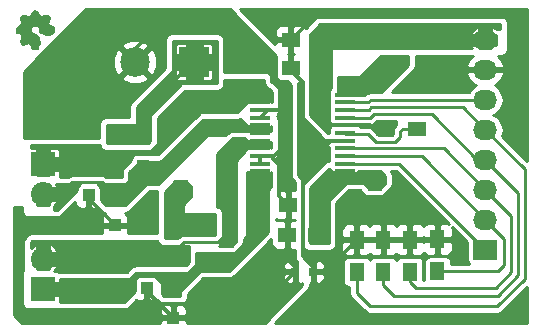
<source format=gbr>
G04 #@! TF.FileFunction,Copper,L1,Top,Signal*
%FSLAX46Y46*%
G04 Gerber Fmt 4.6, Leading zero omitted, Abs format (unit mm)*
G04 Created by KiCad (PCBNEW 4.0.6+dfsg1-1) date Tue Feb 13 22:00:55 2018*
%MOMM*%
%LPD*%
G01*
G04 APERTURE LIST*
%ADD10C,0.100000*%
%ADD11C,0.010000*%
%ADD12R,1.500000X1.250000*%
%ADD13R,2.032000X1.727200*%
%ADD14O,2.032000X1.727200*%
%ADD15R,2.500000X2.500000*%
%ADD16C,2.500000*%
%ADD17R,0.800000X0.750000*%
%ADD18R,2.032000X2.032000*%
%ADD19O,2.032000X2.032000*%
%ADD20R,1.300000X1.500000*%
%ADD21R,1.500000X1.300000*%
%ADD22R,1.750000X0.450000*%
%ADD23R,1.000000X1.000000*%
%ADD24C,0.600000*%
%ADD25C,0.325000*%
%ADD26C,0.250000*%
%ADD27C,0.254000*%
G04 APERTURE END LIST*
D10*
D11*
G36*
X123822227Y-83545823D02*
X123933955Y-83541187D01*
X123984118Y-83580170D01*
X124180049Y-83685886D01*
X124365332Y-83638442D01*
X124495934Y-83450688D01*
X124503090Y-83428713D01*
X124621190Y-83208340D01*
X124781953Y-83142458D01*
X124966374Y-83227852D01*
X125155452Y-83461306D01*
X125203774Y-83547277D01*
X125294215Y-83660647D01*
X125425183Y-83662035D01*
X125555892Y-83610554D01*
X125769190Y-83550484D01*
X125929007Y-83613365D01*
X125974374Y-83654638D01*
X126074062Y-83813548D01*
X126042787Y-84002490D01*
X126018002Y-84057476D01*
X125962359Y-84285151D01*
X126057019Y-84441664D01*
X126280563Y-84531553D01*
X126417447Y-84590978D01*
X126467817Y-84721694D01*
X126472660Y-84842056D01*
X126451353Y-85034190D01*
X126371538Y-85104327D01*
X126327645Y-85108158D01*
X126148532Y-85164883D01*
X126059675Y-85230663D01*
X125924663Y-85289125D01*
X125708120Y-85251207D01*
X125546199Y-85190273D01*
X125315285Y-85087793D01*
X125207221Y-85012449D01*
X125186391Y-84931693D01*
X125199205Y-84873213D01*
X125177645Y-84684420D01*
X125036587Y-84534605D01*
X124825824Y-84466513D01*
X124731799Y-84471970D01*
X124557228Y-84527849D01*
X124480892Y-84651612D01*
X124465857Y-84714909D01*
X124482788Y-84964352D01*
X124623214Y-85138767D01*
X124824211Y-85195395D01*
X124948425Y-85209164D01*
X125036755Y-85277830D01*
X125128921Y-85442436D01*
X125187707Y-85570973D01*
X125274903Y-85818918D01*
X125276415Y-85967809D01*
X125252251Y-85992620D01*
X125159958Y-86104904D01*
X125122007Y-86233066D01*
X125082416Y-86416241D01*
X124994403Y-86486727D01*
X124798615Y-86491062D01*
X124793292Y-86490799D01*
X124611165Y-86455377D01*
X124529296Y-86342683D01*
X124515417Y-86291351D01*
X124414504Y-86056174D01*
X124250797Y-85976504D01*
X124042345Y-86033133D01*
X123839317Y-86093764D01*
X123680719Y-86026734D01*
X123631138Y-85981136D01*
X123526274Y-85831500D01*
X123553777Y-85676665D01*
X123602303Y-85593092D01*
X123681798Y-85402046D01*
X123624665Y-85257055D01*
X123609521Y-85241097D01*
X123438824Y-85132314D01*
X123331565Y-85108157D01*
X123226861Y-85069060D01*
X123188639Y-84922600D01*
X123186551Y-84842056D01*
X123205488Y-84648961D01*
X123289467Y-84559669D01*
X123386051Y-84529841D01*
X123594160Y-84423343D01*
X123683211Y-84255621D01*
X123633287Y-84073348D01*
X123598269Y-84032479D01*
X123516030Y-83917446D01*
X123548185Y-83804590D01*
X123662173Y-83677303D01*
X123822227Y-83545823D01*
X123822227Y-83545823D01*
G37*
X123822227Y-83545823D02*
X123933955Y-83541187D01*
X123984118Y-83580170D01*
X124180049Y-83685886D01*
X124365332Y-83638442D01*
X124495934Y-83450688D01*
X124503090Y-83428713D01*
X124621190Y-83208340D01*
X124781953Y-83142458D01*
X124966374Y-83227852D01*
X125155452Y-83461306D01*
X125203774Y-83547277D01*
X125294215Y-83660647D01*
X125425183Y-83662035D01*
X125555892Y-83610554D01*
X125769190Y-83550484D01*
X125929007Y-83613365D01*
X125974374Y-83654638D01*
X126074062Y-83813548D01*
X126042787Y-84002490D01*
X126018002Y-84057476D01*
X125962359Y-84285151D01*
X126057019Y-84441664D01*
X126280563Y-84531553D01*
X126417447Y-84590978D01*
X126467817Y-84721694D01*
X126472660Y-84842056D01*
X126451353Y-85034190D01*
X126371538Y-85104327D01*
X126327645Y-85108158D01*
X126148532Y-85164883D01*
X126059675Y-85230663D01*
X125924663Y-85289125D01*
X125708120Y-85251207D01*
X125546199Y-85190273D01*
X125315285Y-85087793D01*
X125207221Y-85012449D01*
X125186391Y-84931693D01*
X125199205Y-84873213D01*
X125177645Y-84684420D01*
X125036587Y-84534605D01*
X124825824Y-84466513D01*
X124731799Y-84471970D01*
X124557228Y-84527849D01*
X124480892Y-84651612D01*
X124465857Y-84714909D01*
X124482788Y-84964352D01*
X124623214Y-85138767D01*
X124824211Y-85195395D01*
X124948425Y-85209164D01*
X125036755Y-85277830D01*
X125128921Y-85442436D01*
X125187707Y-85570973D01*
X125274903Y-85818918D01*
X125276415Y-85967809D01*
X125252251Y-85992620D01*
X125159958Y-86104904D01*
X125122007Y-86233066D01*
X125082416Y-86416241D01*
X124994403Y-86486727D01*
X124798615Y-86491062D01*
X124793292Y-86490799D01*
X124611165Y-86455377D01*
X124529296Y-86342683D01*
X124515417Y-86291351D01*
X124414504Y-86056174D01*
X124250797Y-85976504D01*
X124042345Y-86033133D01*
X123839317Y-86093764D01*
X123680719Y-86026734D01*
X123631138Y-85981136D01*
X123526274Y-85831500D01*
X123553777Y-85676665D01*
X123602303Y-85593092D01*
X123681798Y-85402046D01*
X123624665Y-85257055D01*
X123609521Y-85241097D01*
X123438824Y-85132314D01*
X123331565Y-85108157D01*
X123226861Y-85069060D01*
X123188639Y-84922600D01*
X123186551Y-84842056D01*
X123205488Y-84648961D01*
X123289467Y-84559669D01*
X123386051Y-84529841D01*
X123594160Y-84423343D01*
X123683211Y-84255621D01*
X123633287Y-84073348D01*
X123598269Y-84032479D01*
X123516030Y-83917446D01*
X123548185Y-83804590D01*
X123662173Y-83677303D01*
X123822227Y-83545823D01*
D12*
X149000000Y-88050000D03*
X146500000Y-88050000D03*
X148750000Y-99650000D03*
X146250000Y-99650000D03*
D13*
X162950000Y-103450000D03*
D14*
X162950000Y-100910000D03*
X162950000Y-98370000D03*
X162950000Y-95830000D03*
X162950000Y-93290000D03*
X162950000Y-90750000D03*
X162950000Y-88210000D03*
X162950000Y-85670000D03*
D15*
X138300000Y-87550000D03*
D16*
X133300000Y-87550000D03*
D17*
X146875000Y-105300000D03*
X148375000Y-105300000D03*
D18*
X125525000Y-96200000D03*
D19*
X125525000Y-98740000D03*
D18*
X125525000Y-106750000D03*
D19*
X125525000Y-104210000D03*
D20*
X152050000Y-105300000D03*
X152050000Y-102600000D03*
X154300000Y-105300000D03*
X154300000Y-102600000D03*
X156550000Y-105300000D03*
X156550000Y-102600000D03*
X158900000Y-105275000D03*
X158900000Y-102575000D03*
D21*
X154500000Y-93200000D03*
X157200000Y-93200000D03*
D22*
X143900000Y-90325000D03*
X143900000Y-90975000D03*
X143900000Y-91625000D03*
X143900000Y-92275000D03*
X143900000Y-92925000D03*
X143900000Y-93575000D03*
X143900000Y-94225000D03*
X143900000Y-94875000D03*
X143900000Y-95525000D03*
X143900000Y-96175000D03*
X143900000Y-96825000D03*
X143900000Y-97475000D03*
X151100000Y-97475000D03*
X151100000Y-96825000D03*
X151100000Y-96175000D03*
X151100000Y-95525000D03*
X151100000Y-94875000D03*
X151100000Y-94225000D03*
X151100000Y-93575000D03*
X151100000Y-92925000D03*
X151100000Y-92275000D03*
X151100000Y-91625000D03*
X151100000Y-90975000D03*
X151100000Y-90325000D03*
D12*
X148700000Y-102175000D03*
X146200000Y-102175000D03*
D23*
X131600000Y-93825000D03*
X131600000Y-96325000D03*
X129375000Y-96350000D03*
X129375000Y-98850000D03*
X133975000Y-93825000D03*
X133975000Y-96325000D03*
X131600000Y-98875000D03*
X131600000Y-101375000D03*
X139225000Y-101675000D03*
X139225000Y-104175000D03*
X136550000Y-106700000D03*
X136550000Y-109200000D03*
X136575000Y-101675000D03*
X136575000Y-104175000D03*
X134275000Y-104175000D03*
X134275000Y-106675000D03*
D12*
X149000000Y-85675000D03*
X146500000Y-85675000D03*
D24*
X136875000Y-99075000D03*
X155300000Y-87625000D03*
X153250000Y-97575000D03*
D25*
X149000000Y-88050000D02*
X149000000Y-85675000D01*
X149000000Y-85675000D02*
X149005000Y-85670000D01*
X149005000Y-85670000D02*
X151380000Y-85670000D01*
X149000000Y-88050000D02*
X149000000Y-91950000D01*
X149975000Y-92925000D02*
X151100000Y-92925000D01*
X149000000Y-91950000D02*
X149975000Y-92925000D01*
X162950000Y-85670000D02*
X151380000Y-85670000D01*
X154500000Y-93200000D02*
X153500000Y-93200000D01*
X153500000Y-93200000D02*
X153225000Y-92925000D01*
X153225000Y-92925000D02*
X151100000Y-92925000D01*
X162950000Y-88210000D02*
X165240000Y-88210000D01*
X148850000Y-83325000D02*
X146500000Y-85675000D01*
X164950000Y-83325000D02*
X148850000Y-83325000D01*
X165975000Y-84350000D02*
X164950000Y-83325000D01*
X165975000Y-87475000D02*
X165975000Y-84350000D01*
X165240000Y-88210000D02*
X165975000Y-87475000D01*
X151100000Y-94225000D02*
X149375000Y-94225000D01*
X149375000Y-94225000D02*
X147475000Y-92325000D01*
X146500000Y-88050000D02*
X146500000Y-88300000D01*
X146500000Y-88300000D02*
X147475000Y-89275000D01*
X147475000Y-89275000D02*
X147475000Y-92325000D01*
X147475000Y-92325000D02*
X147475000Y-92575000D01*
X148375000Y-105300000D02*
X148375000Y-104875000D01*
X147475000Y-103975000D02*
X147475000Y-92575000D01*
X148375000Y-104875000D02*
X147475000Y-103975000D01*
X158900000Y-102575000D02*
X156575000Y-102575000D01*
X156575000Y-102575000D02*
X156550000Y-102600000D01*
X156550000Y-102600000D02*
X152050000Y-102600000D01*
X152050000Y-102600000D02*
X149350000Y-105300000D01*
X149350000Y-105300000D02*
X148375000Y-105300000D01*
X146500000Y-85675000D02*
X146500000Y-88050000D01*
X136575000Y-101675000D02*
X136575000Y-99375000D01*
X136575000Y-99375000D02*
X136875000Y-99075000D01*
X138300000Y-87550000D02*
X138175000Y-87550000D01*
X138175000Y-87550000D02*
X133975000Y-91750000D01*
X133975000Y-91750000D02*
X133975000Y-93825000D01*
X133975000Y-93825000D02*
X131600000Y-93825000D01*
X136575000Y-101675000D02*
X139225000Y-101675000D01*
X155300000Y-87625000D02*
X152600000Y-90325000D01*
X152600000Y-90325000D02*
X151100000Y-90325000D01*
X153250000Y-97575000D02*
X153150000Y-97475000D01*
X153150000Y-97475000D02*
X151100000Y-97475000D01*
X148700000Y-102175000D02*
X148700000Y-99700000D01*
X148700000Y-99700000D02*
X148750000Y-99650000D01*
X138300000Y-87550000D02*
X139500000Y-87550000D01*
X151100000Y-97475000D02*
X150925000Y-97475000D01*
X150925000Y-97475000D02*
X148750000Y-99650000D01*
X151100000Y-96825000D02*
X151100000Y-97475000D01*
X136550000Y-109200000D02*
X124075000Y-109200000D01*
X124225000Y-101375000D02*
X131600000Y-101375000D01*
X123125000Y-102475000D02*
X124225000Y-101375000D01*
X123125000Y-108250000D02*
X123125000Y-102475000D01*
X124075000Y-109200000D02*
X123125000Y-108250000D01*
X136550000Y-109200000D02*
X142975000Y-109200000D01*
X142975000Y-109200000D02*
X146875000Y-105300000D01*
X134275000Y-106675000D02*
X134275000Y-106925000D01*
X134275000Y-106925000D02*
X136550000Y-109200000D01*
X129375000Y-98850000D02*
X129375000Y-99150000D01*
X129375000Y-99150000D02*
X131600000Y-101375000D01*
X133300000Y-87550000D02*
X133300000Y-86425000D01*
X133300000Y-86425000D02*
X135125000Y-84600000D01*
X144925000Y-87875000D02*
X144925000Y-89250000D01*
X141650000Y-84600000D02*
X144925000Y-87875000D01*
X135125000Y-84600000D02*
X141650000Y-84600000D01*
X146875000Y-105300000D02*
X146875000Y-104875000D01*
X146875000Y-104875000D02*
X146200000Y-104200000D01*
X146200000Y-104200000D02*
X146200000Y-102175000D01*
X146250000Y-99650000D02*
X146250000Y-102125000D01*
X146250000Y-102125000D02*
X146200000Y-102175000D01*
X143900000Y-95525000D02*
X144775000Y-95525000D01*
X144775000Y-95525000D02*
X145500000Y-96250000D01*
X145500000Y-98900000D02*
X146250000Y-99650000D01*
X145500000Y-96250000D02*
X145500000Y-98900000D01*
X145600000Y-91575000D02*
X145600000Y-95000000D01*
X145075000Y-95525000D02*
X143900000Y-95525000D01*
X145600000Y-95000000D02*
X145075000Y-95525000D01*
X133300000Y-87550000D02*
X133300000Y-87650000D01*
X144925000Y-89250000D02*
X145000000Y-89250000D01*
X145000000Y-89250000D02*
X145600000Y-89850000D01*
X145600000Y-89850000D02*
X145600000Y-91575000D01*
X145600000Y-91575000D02*
X145600000Y-91500000D01*
X145600000Y-91500000D02*
X145475000Y-91625000D01*
X145475000Y-91625000D02*
X144550000Y-91625000D01*
X144550000Y-91625000D02*
X143900000Y-92275000D01*
X143900000Y-95525000D02*
X144725000Y-95525000D01*
X143900000Y-95525000D02*
X143900000Y-96175000D01*
D26*
X151100000Y-96175000D02*
X155675000Y-96175000D01*
X155675000Y-96175000D02*
X162950000Y-103450000D01*
X158900000Y-105275000D02*
X164025000Y-105275000D01*
X164550000Y-102510000D02*
X162950000Y-100910000D01*
X164550000Y-104750000D02*
X164550000Y-102510000D01*
X164025000Y-105275000D02*
X164550000Y-104750000D01*
X163810000Y-100910000D02*
X162950000Y-100910000D01*
X151100000Y-95525000D02*
X157565000Y-95525000D01*
X157565000Y-95525000D02*
X162950000Y-100910000D01*
X156550000Y-105300000D02*
X156550000Y-106175000D01*
X157050000Y-106675000D02*
X163825000Y-106675000D01*
X156550000Y-106175000D02*
X157050000Y-106675000D01*
X163825000Y-106675000D02*
X165150000Y-105350000D01*
X165150000Y-105350000D02*
X165150000Y-100570000D01*
X165150000Y-100570000D02*
X162950000Y-98370000D01*
X151100000Y-94875000D02*
X159455000Y-94875000D01*
X159455000Y-94875000D02*
X162950000Y-98370000D01*
X154300000Y-105300000D02*
X154300000Y-106400000D01*
X155250000Y-107350000D02*
X164000000Y-107350000D01*
X154300000Y-106400000D02*
X155250000Y-107350000D01*
X164000000Y-107350000D02*
X165750000Y-105600000D01*
X165750000Y-105600000D02*
X165750000Y-98630000D01*
X165750000Y-98630000D02*
X162950000Y-95830000D01*
X151100000Y-92275000D02*
X153175000Y-92275000D01*
X158400000Y-91950000D02*
X162280000Y-95830000D01*
X153500000Y-91950000D02*
X158400000Y-91950000D01*
X153175000Y-92275000D02*
X153500000Y-91950000D01*
X162280000Y-95830000D02*
X162950000Y-95830000D01*
X152050000Y-105300000D02*
X152050000Y-107100000D01*
X153175000Y-108225000D02*
X163975000Y-108225000D01*
X152050000Y-107100000D02*
X153175000Y-108225000D01*
X163975000Y-108225000D02*
X166300000Y-105900000D01*
X166300000Y-105900000D02*
X166300000Y-96640000D01*
X166300000Y-96640000D02*
X162950000Y-93290000D01*
X151100000Y-91625000D02*
X153075000Y-91625000D01*
X161060000Y-91400000D02*
X162950000Y-93290000D01*
X153300000Y-91400000D02*
X161060000Y-91400000D01*
X153075000Y-91625000D02*
X153300000Y-91400000D01*
X151100000Y-90975000D02*
X153025000Y-90975000D01*
X153250000Y-90750000D02*
X162950000Y-90750000D01*
X153025000Y-90975000D02*
X153250000Y-90750000D01*
X157200000Y-93200000D02*
X155950000Y-93200000D01*
X153000000Y-93650000D02*
X151175000Y-93650000D01*
X153700000Y-94350000D02*
X153000000Y-93650000D01*
X155300000Y-94350000D02*
X153700000Y-94350000D01*
X155750000Y-93900000D02*
X155300000Y-94350000D01*
X155750000Y-93400000D02*
X155750000Y-93900000D01*
X155950000Y-93200000D02*
X155750000Y-93400000D01*
X151175000Y-93650000D02*
X151100000Y-93575000D01*
X129375000Y-96350000D02*
X125675000Y-96350000D01*
X125675000Y-96350000D02*
X125525000Y-96200000D01*
X129275000Y-96450000D02*
X129375000Y-96350000D01*
X131600000Y-96325000D02*
X132150000Y-96325000D01*
X138750000Y-90975000D02*
X143900000Y-90975000D01*
X134675000Y-95050000D02*
X138750000Y-90975000D01*
X133425000Y-95050000D02*
X134675000Y-95050000D01*
X132150000Y-96325000D02*
X133425000Y-95050000D01*
X129375000Y-96350000D02*
X131575000Y-96350000D01*
X131575000Y-96350000D02*
X131600000Y-96325000D01*
X143900000Y-90975000D02*
X143900000Y-90325000D01*
X125525000Y-98740000D02*
X127010000Y-98740000D01*
X130475000Y-97750000D02*
X131600000Y-98875000D01*
X128000000Y-97750000D02*
X130475000Y-97750000D01*
X127010000Y-98740000D02*
X128000000Y-97750000D01*
X133975000Y-96325000D02*
X135775000Y-96325000D01*
X139100000Y-93000000D02*
X143825000Y-93000000D01*
X135775000Y-96325000D02*
X139100000Y-93000000D01*
X143825000Y-93000000D02*
X143900000Y-92925000D01*
X133975000Y-96325000D02*
X133975000Y-96500000D01*
X133975000Y-96500000D02*
X131600000Y-98875000D01*
X143250000Y-93575000D02*
X143900000Y-92925000D01*
X125525000Y-106750000D02*
X132050000Y-106750000D01*
X135250000Y-105400000D02*
X136550000Y-106700000D01*
X133400000Y-105400000D02*
X135250000Y-105400000D01*
X132050000Y-106750000D02*
X133400000Y-105400000D01*
X136550000Y-106700000D02*
X136275000Y-106700000D01*
X139225000Y-104175000D02*
X139075000Y-104175000D01*
X139075000Y-104175000D02*
X136550000Y-106700000D01*
X139225000Y-104175000D02*
X141425000Y-104175000D01*
X143900000Y-101700000D02*
X143900000Y-97475000D01*
X141425000Y-104175000D02*
X143900000Y-101700000D01*
X143900000Y-97475000D02*
X143900000Y-96825000D01*
X125525000Y-104210000D02*
X134240000Y-104210000D01*
X134240000Y-104210000D02*
X134275000Y-104175000D01*
X133990000Y-104460000D02*
X134275000Y-104175000D01*
X136575000Y-104175000D02*
X136575000Y-103650000D01*
X141950000Y-94875000D02*
X143900000Y-94875000D01*
X141225000Y-95600000D02*
X141950000Y-94875000D01*
X141225000Y-101875000D02*
X141225000Y-95600000D01*
X140300000Y-102800000D02*
X141225000Y-101875000D01*
X137425000Y-102800000D02*
X140300000Y-102800000D01*
X136575000Y-103650000D02*
X137425000Y-102800000D01*
X134275000Y-104175000D02*
X137025000Y-104175000D01*
X137025000Y-104175000D02*
X136575000Y-104175000D01*
X125525000Y-104210000D02*
X126415000Y-104210000D01*
X143250000Y-94875000D02*
X143900000Y-94225000D01*
D27*
G36*
X164223000Y-84780998D02*
X163914737Y-84780998D01*
X163636621Y-84570216D01*
X163458000Y-84595436D01*
X163458000Y-85238200D01*
X163859000Y-85238200D01*
X163859000Y-86101800D01*
X163458000Y-86101800D01*
X163458000Y-86398000D01*
X162442000Y-86398000D01*
X162442000Y-86101800D01*
X161732445Y-86101800D01*
X161712225Y-86279089D01*
X161812589Y-86398000D01*
X149975000Y-86398000D01*
X149925590Y-86408006D01*
X149883965Y-86436447D01*
X149856685Y-86478841D01*
X149848000Y-86525000D01*
X149848000Y-89751921D01*
X149747855Y-89898488D01*
X149707048Y-90100000D01*
X149707048Y-90550000D01*
X149726555Y-90653671D01*
X149707048Y-90750000D01*
X149707048Y-91200000D01*
X149726555Y-91303671D01*
X149707048Y-91400000D01*
X149707048Y-91850000D01*
X149726555Y-91953671D01*
X149707048Y-92050000D01*
X149707048Y-92500000D01*
X149742470Y-92688253D01*
X149848000Y-92852251D01*
X149848000Y-93001921D01*
X149747855Y-93148488D01*
X149707048Y-93350000D01*
X149707048Y-93554500D01*
X149652730Y-93554500D01*
X148152000Y-92053770D01*
X148152000Y-85177606D01*
X148268695Y-85060911D01*
X161712225Y-85060911D01*
X161732445Y-85238200D01*
X162442000Y-85238200D01*
X162442000Y-84595436D01*
X162263379Y-84570216D01*
X161883175Y-84858370D01*
X161712225Y-85060911D01*
X148268695Y-85060911D01*
X148977606Y-84352000D01*
X164223000Y-84352000D01*
X164223000Y-84780998D01*
X164223000Y-84780998D01*
G37*
X164223000Y-84780998D02*
X163914737Y-84780998D01*
X163636621Y-84570216D01*
X163458000Y-84595436D01*
X163458000Y-85238200D01*
X163859000Y-85238200D01*
X163859000Y-86101800D01*
X163458000Y-86101800D01*
X163458000Y-86398000D01*
X162442000Y-86398000D01*
X162442000Y-86101800D01*
X161732445Y-86101800D01*
X161712225Y-86279089D01*
X161812589Y-86398000D01*
X149975000Y-86398000D01*
X149925590Y-86408006D01*
X149883965Y-86436447D01*
X149856685Y-86478841D01*
X149848000Y-86525000D01*
X149848000Y-89751921D01*
X149747855Y-89898488D01*
X149707048Y-90100000D01*
X149707048Y-90550000D01*
X149726555Y-90653671D01*
X149707048Y-90750000D01*
X149707048Y-91200000D01*
X149726555Y-91303671D01*
X149707048Y-91400000D01*
X149707048Y-91850000D01*
X149726555Y-91953671D01*
X149707048Y-92050000D01*
X149707048Y-92500000D01*
X149742470Y-92688253D01*
X149848000Y-92852251D01*
X149848000Y-93001921D01*
X149747855Y-93148488D01*
X149707048Y-93350000D01*
X149707048Y-93554500D01*
X149652730Y-93554500D01*
X148152000Y-92053770D01*
X148152000Y-85177606D01*
X148268695Y-85060911D01*
X161712225Y-85060911D01*
X161732445Y-85238200D01*
X162442000Y-85238200D01*
X162442000Y-84595436D01*
X162263379Y-84570216D01*
X161883175Y-84858370D01*
X161712225Y-85060911D01*
X148268695Y-85060911D01*
X148977606Y-84352000D01*
X164223000Y-84352000D01*
X164223000Y-84780998D01*
G36*
X138073000Y-98102606D02*
X138073000Y-98872394D01*
X137410197Y-99535197D01*
X137382334Y-99577211D01*
X137373000Y-99625000D01*
X137373000Y-100300000D01*
X137383006Y-100349410D01*
X137411447Y-100391035D01*
X137453841Y-100418315D01*
X137500000Y-100427000D01*
X140098000Y-100427000D01*
X140098000Y-102106802D01*
X140037802Y-102167000D01*
X137425005Y-102167000D01*
X137425000Y-102166999D01*
X137182762Y-102215183D01*
X137182760Y-102215184D01*
X137182761Y-102215184D01*
X136977401Y-102352401D01*
X136977399Y-102352404D01*
X136831803Y-102498000D01*
X135802000Y-102498000D01*
X135802000Y-98527606D01*
X136702606Y-97627000D01*
X137597394Y-97627000D01*
X138073000Y-98102606D01*
X138073000Y-98102606D01*
G37*
X138073000Y-98102606D02*
X138073000Y-98872394D01*
X137410197Y-99535197D01*
X137382334Y-99577211D01*
X137373000Y-99625000D01*
X137373000Y-100300000D01*
X137383006Y-100349410D01*
X137411447Y-100391035D01*
X137453841Y-100418315D01*
X137500000Y-100427000D01*
X140098000Y-100427000D01*
X140098000Y-102106802D01*
X140037802Y-102167000D01*
X137425005Y-102167000D01*
X137425000Y-102166999D01*
X137182762Y-102215183D01*
X137182760Y-102215184D01*
X137182761Y-102215184D01*
X136977401Y-102352401D01*
X136977399Y-102352404D01*
X136831803Y-102498000D01*
X135802000Y-102498000D01*
X135802000Y-98527606D01*
X136702606Y-97627000D01*
X137597394Y-97627000D01*
X138073000Y-98102606D01*
G36*
X140198000Y-89348000D02*
X137275000Y-89348000D01*
X137225590Y-89358006D01*
X137185197Y-89385197D01*
X134610197Y-91960197D01*
X134582334Y-92002211D01*
X134573000Y-92050000D01*
X134573000Y-94256802D01*
X134412802Y-94417000D01*
X133425000Y-94417000D01*
X133394836Y-94423000D01*
X130927000Y-94423000D01*
X130927000Y-92877000D01*
X133325000Y-92877000D01*
X133374410Y-92866994D01*
X133416035Y-92838553D01*
X133443315Y-92796159D01*
X133452000Y-92750000D01*
X133452000Y-91352606D01*
X136439803Y-88364803D01*
X136467666Y-88322789D01*
X136477000Y-88275000D01*
X136477000Y-88270250D01*
X136669000Y-88270250D01*
X136669000Y-88875785D01*
X136727004Y-89015819D01*
X136834180Y-89122996D01*
X136974214Y-89181000D01*
X137579750Y-89181000D01*
X137675000Y-89085750D01*
X137675000Y-88175000D01*
X138925000Y-88175000D01*
X138925000Y-89085750D01*
X139020250Y-89181000D01*
X139625786Y-89181000D01*
X139765820Y-89122996D01*
X139872996Y-89015819D01*
X139931000Y-88875785D01*
X139931000Y-88270250D01*
X139835750Y-88175000D01*
X138925000Y-88175000D01*
X137675000Y-88175000D01*
X136764250Y-88175000D01*
X136669000Y-88270250D01*
X136477000Y-88270250D01*
X136477000Y-86224215D01*
X136669000Y-86224215D01*
X136669000Y-86829750D01*
X136764250Y-86925000D01*
X137675000Y-86925000D01*
X137675000Y-86014250D01*
X138925000Y-86014250D01*
X138925000Y-86925000D01*
X139835750Y-86925000D01*
X139931000Y-86829750D01*
X139931000Y-86224215D01*
X139872996Y-86084181D01*
X139765820Y-85977004D01*
X139625786Y-85919000D01*
X139020250Y-85919000D01*
X138925000Y-86014250D01*
X137675000Y-86014250D01*
X137579750Y-85919000D01*
X136974214Y-85919000D01*
X136834180Y-85977004D01*
X136727004Y-86084181D01*
X136669000Y-86224215D01*
X136477000Y-86224215D01*
X136477000Y-85752000D01*
X140198000Y-85752000D01*
X140198000Y-89348000D01*
X140198000Y-89348000D01*
G37*
X140198000Y-89348000D02*
X137275000Y-89348000D01*
X137225590Y-89358006D01*
X137185197Y-89385197D01*
X134610197Y-91960197D01*
X134582334Y-92002211D01*
X134573000Y-92050000D01*
X134573000Y-94256802D01*
X134412802Y-94417000D01*
X133425000Y-94417000D01*
X133394836Y-94423000D01*
X130927000Y-94423000D01*
X130927000Y-92877000D01*
X133325000Y-92877000D01*
X133374410Y-92866994D01*
X133416035Y-92838553D01*
X133443315Y-92796159D01*
X133452000Y-92750000D01*
X133452000Y-91352606D01*
X136439803Y-88364803D01*
X136467666Y-88322789D01*
X136477000Y-88275000D01*
X136477000Y-88270250D01*
X136669000Y-88270250D01*
X136669000Y-88875785D01*
X136727004Y-89015819D01*
X136834180Y-89122996D01*
X136974214Y-89181000D01*
X137579750Y-89181000D01*
X137675000Y-89085750D01*
X137675000Y-88175000D01*
X138925000Y-88175000D01*
X138925000Y-89085750D01*
X139020250Y-89181000D01*
X139625786Y-89181000D01*
X139765820Y-89122996D01*
X139872996Y-89015819D01*
X139931000Y-88875785D01*
X139931000Y-88270250D01*
X139835750Y-88175000D01*
X138925000Y-88175000D01*
X137675000Y-88175000D01*
X136764250Y-88175000D01*
X136669000Y-88270250D01*
X136477000Y-88270250D01*
X136477000Y-86224215D01*
X136669000Y-86224215D01*
X136669000Y-86829750D01*
X136764250Y-86925000D01*
X137675000Y-86925000D01*
X137675000Y-86014250D01*
X138925000Y-86014250D01*
X138925000Y-86925000D01*
X139835750Y-86925000D01*
X139931000Y-86829750D01*
X139931000Y-86224215D01*
X139872996Y-86084181D01*
X139765820Y-85977004D01*
X139625786Y-85919000D01*
X139020250Y-85919000D01*
X138925000Y-86014250D01*
X137675000Y-86014250D01*
X137579750Y-85919000D01*
X136974214Y-85919000D01*
X136834180Y-85977004D01*
X136727004Y-86084181D01*
X136669000Y-86224215D01*
X136477000Y-86224215D01*
X136477000Y-85752000D01*
X140198000Y-85752000D01*
X140198000Y-89348000D01*
G36*
X144254500Y-89250000D02*
X144305539Y-89506589D01*
X144450885Y-89724115D01*
X144668411Y-89869461D01*
X144671931Y-89870161D01*
X144929500Y-90127730D01*
X144929500Y-90913335D01*
X144775000Y-90882048D01*
X143025000Y-90882048D01*
X142836747Y-90917470D01*
X142663847Y-91028728D01*
X142547855Y-91198488D01*
X142527703Y-91298000D01*
X142450000Y-91298000D01*
X142400590Y-91308006D01*
X142360197Y-91335197D01*
X141897394Y-91798000D01*
X138875000Y-91798000D01*
X138825590Y-91808006D01*
X138785197Y-91835197D01*
X135247394Y-95373000D01*
X134713313Y-95373000D01*
X134676512Y-95347855D01*
X134475000Y-95307048D01*
X133475000Y-95307048D01*
X133286747Y-95342470D01*
X133113847Y-95453728D01*
X132997855Y-95623488D01*
X132957048Y-95825000D01*
X132957048Y-95838346D01*
X132210197Y-96585197D01*
X132182334Y-96627211D01*
X132173000Y-96675000D01*
X132173000Y-97273000D01*
X130878597Y-97273000D01*
X130717239Y-97165184D01*
X130475000Y-97116999D01*
X130474995Y-97117000D01*
X128000000Y-97117000D01*
X127757761Y-97165184D01*
X127596403Y-97273000D01*
X126922000Y-97273000D01*
X126922000Y-96803250D01*
X126826750Y-96708000D01*
X126033000Y-96708000D01*
X126033000Y-97109000D01*
X125017000Y-97109000D01*
X125017000Y-96708000D01*
X124616000Y-96708000D01*
X124616000Y-95692000D01*
X125017000Y-95692000D01*
X125017000Y-94898250D01*
X126033000Y-94898250D01*
X126033000Y-95692000D01*
X126826750Y-95692000D01*
X126922000Y-95596750D01*
X126922000Y-95108215D01*
X126863996Y-94968181D01*
X126756820Y-94861004D01*
X126616786Y-94803000D01*
X126128250Y-94803000D01*
X126033000Y-94898250D01*
X125017000Y-94898250D01*
X124921750Y-94803000D01*
X124452000Y-94803000D01*
X124452000Y-94602000D01*
X130301785Y-94602000D01*
X130326742Y-94734636D01*
X130435862Y-94904214D01*
X130602360Y-95017977D01*
X130800000Y-95058000D01*
X134576546Y-95058000D01*
X134700000Y-95083000D01*
X134725000Y-95083000D01*
X134903081Y-95050764D01*
X135074149Y-94943997D01*
X135190202Y-94779087D01*
X135232952Y-94582018D01*
X135208000Y-94449412D01*
X135208000Y-92260420D01*
X137485420Y-89983000D01*
X140325000Y-89983000D01*
X140509636Y-89948258D01*
X140679214Y-89839138D01*
X140792977Y-89672640D01*
X140833000Y-89475000D01*
X140833000Y-89077000D01*
X144254500Y-89077000D01*
X144254500Y-89250000D01*
X144254500Y-89250000D01*
G37*
X144254500Y-89250000D02*
X144305539Y-89506589D01*
X144450885Y-89724115D01*
X144668411Y-89869461D01*
X144671931Y-89870161D01*
X144929500Y-90127730D01*
X144929500Y-90913335D01*
X144775000Y-90882048D01*
X143025000Y-90882048D01*
X142836747Y-90917470D01*
X142663847Y-91028728D01*
X142547855Y-91198488D01*
X142527703Y-91298000D01*
X142450000Y-91298000D01*
X142400590Y-91308006D01*
X142360197Y-91335197D01*
X141897394Y-91798000D01*
X138875000Y-91798000D01*
X138825590Y-91808006D01*
X138785197Y-91835197D01*
X135247394Y-95373000D01*
X134713313Y-95373000D01*
X134676512Y-95347855D01*
X134475000Y-95307048D01*
X133475000Y-95307048D01*
X133286747Y-95342470D01*
X133113847Y-95453728D01*
X132997855Y-95623488D01*
X132957048Y-95825000D01*
X132957048Y-95838346D01*
X132210197Y-96585197D01*
X132182334Y-96627211D01*
X132173000Y-96675000D01*
X132173000Y-97273000D01*
X130878597Y-97273000D01*
X130717239Y-97165184D01*
X130475000Y-97116999D01*
X130474995Y-97117000D01*
X128000000Y-97117000D01*
X127757761Y-97165184D01*
X127596403Y-97273000D01*
X126922000Y-97273000D01*
X126922000Y-96803250D01*
X126826750Y-96708000D01*
X126033000Y-96708000D01*
X126033000Y-97109000D01*
X125017000Y-97109000D01*
X125017000Y-96708000D01*
X124616000Y-96708000D01*
X124616000Y-95692000D01*
X125017000Y-95692000D01*
X125017000Y-94898250D01*
X126033000Y-94898250D01*
X126033000Y-95692000D01*
X126826750Y-95692000D01*
X126922000Y-95596750D01*
X126922000Y-95108215D01*
X126863996Y-94968181D01*
X126756820Y-94861004D01*
X126616786Y-94803000D01*
X126128250Y-94803000D01*
X126033000Y-94898250D01*
X125017000Y-94898250D01*
X124921750Y-94803000D01*
X124452000Y-94803000D01*
X124452000Y-94602000D01*
X130301785Y-94602000D01*
X130326742Y-94734636D01*
X130435862Y-94904214D01*
X130602360Y-95017977D01*
X130800000Y-95058000D01*
X134576546Y-95058000D01*
X134700000Y-95083000D01*
X134725000Y-95083000D01*
X134903081Y-95050764D01*
X135074149Y-94943997D01*
X135190202Y-94779087D01*
X135232952Y-94582018D01*
X135208000Y-94449412D01*
X135208000Y-92260420D01*
X137485420Y-89983000D01*
X140325000Y-89983000D01*
X140509636Y-89948258D01*
X140679214Y-89839138D01*
X140792977Y-89672640D01*
X140833000Y-89475000D01*
X140833000Y-89077000D01*
X144254500Y-89077000D01*
X144254500Y-89250000D01*
G36*
X135201742Y-102809636D02*
X135310862Y-102979214D01*
X135477360Y-103092977D01*
X135675000Y-103133000D01*
X137889010Y-103133000D01*
X137883965Y-103136447D01*
X137856685Y-103178841D01*
X137848000Y-103225000D01*
X137848000Y-104506803D01*
X137606803Y-104748000D01*
X133350000Y-104748000D01*
X133300590Y-104758006D01*
X133260197Y-104785197D01*
X133248199Y-104797195D01*
X133157761Y-104815184D01*
X132952401Y-104952401D01*
X132952399Y-104952404D01*
X132581803Y-105323000D01*
X126839318Y-105323000D01*
X126742512Y-105256855D01*
X126541000Y-105216048D01*
X126455662Y-105216048D01*
X126638125Y-105054203D01*
X126730872Y-104915324D01*
X126723536Y-104718000D01*
X126033000Y-104718000D01*
X126033000Y-105119000D01*
X125017000Y-105119000D01*
X125017000Y-104718000D01*
X124616000Y-104718000D01*
X124616000Y-103702000D01*
X125017000Y-103702000D01*
X126033000Y-103702000D01*
X126723536Y-103702000D01*
X126730872Y-103504676D01*
X126638125Y-103365797D01*
X126230331Y-103004084D01*
X126033000Y-103003843D01*
X126033000Y-103702000D01*
X125017000Y-103702000D01*
X125017000Y-103003843D01*
X124819669Y-103004084D01*
X124462381Y-103320998D01*
X124452000Y-103320998D01*
X124452000Y-102827606D01*
X124577606Y-102702000D01*
X135181489Y-102702000D01*
X135201742Y-102809636D01*
X135201742Y-102809636D01*
G37*
X135201742Y-102809636D02*
X135310862Y-102979214D01*
X135477360Y-103092977D01*
X135675000Y-103133000D01*
X137889010Y-103133000D01*
X137883965Y-103136447D01*
X137856685Y-103178841D01*
X137848000Y-103225000D01*
X137848000Y-104506803D01*
X137606803Y-104748000D01*
X133350000Y-104748000D01*
X133300590Y-104758006D01*
X133260197Y-104785197D01*
X133248199Y-104797195D01*
X133157761Y-104815184D01*
X132952401Y-104952401D01*
X132952399Y-104952404D01*
X132581803Y-105323000D01*
X126839318Y-105323000D01*
X126742512Y-105256855D01*
X126541000Y-105216048D01*
X126455662Y-105216048D01*
X126638125Y-105054203D01*
X126730872Y-104915324D01*
X126723536Y-104718000D01*
X126033000Y-104718000D01*
X126033000Y-105119000D01*
X125017000Y-105119000D01*
X125017000Y-104718000D01*
X124616000Y-104718000D01*
X124616000Y-103702000D01*
X125017000Y-103702000D01*
X126033000Y-103702000D01*
X126723536Y-103702000D01*
X126730872Y-103504676D01*
X126638125Y-103365797D01*
X126230331Y-103004084D01*
X126033000Y-103003843D01*
X126033000Y-103702000D01*
X125017000Y-103702000D01*
X125017000Y-103003843D01*
X124819669Y-103004084D01*
X124462381Y-103320998D01*
X124452000Y-103320998D01*
X124452000Y-102827606D01*
X124577606Y-102702000D01*
X135181489Y-102702000D01*
X135201742Y-102809636D01*
G36*
X142653728Y-94161153D02*
X142823488Y-94277145D01*
X143025000Y-94317952D01*
X144775000Y-94317952D01*
X144848000Y-94304216D01*
X144848000Y-94796830D01*
X144775000Y-94782048D01*
X143025000Y-94782048D01*
X142836747Y-94817470D01*
X142663847Y-94928728D01*
X142547855Y-95098488D01*
X142529052Y-95191342D01*
X141910197Y-95810197D01*
X141882334Y-95852211D01*
X141873000Y-95900000D01*
X141873000Y-102722394D01*
X141497394Y-103098000D01*
X140410037Y-103098000D01*
X140579214Y-102989138D01*
X140692977Y-102822640D01*
X140733000Y-102625000D01*
X140733000Y-100300000D01*
X140698258Y-100115364D01*
X140589138Y-99945786D01*
X140422640Y-99832023D01*
X140277000Y-99802530D01*
X140277000Y-95327606D01*
X141577606Y-94027000D01*
X142567403Y-94027000D01*
X142653728Y-94161153D01*
X142653728Y-94161153D01*
G37*
X142653728Y-94161153D02*
X142823488Y-94277145D01*
X143025000Y-94317952D01*
X144775000Y-94317952D01*
X144848000Y-94304216D01*
X144848000Y-94796830D01*
X144775000Y-94782048D01*
X143025000Y-94782048D01*
X142836747Y-94817470D01*
X142663847Y-94928728D01*
X142547855Y-95098488D01*
X142529052Y-95191342D01*
X141910197Y-95810197D01*
X141882334Y-95852211D01*
X141873000Y-95900000D01*
X141873000Y-102722394D01*
X141497394Y-103098000D01*
X140410037Y-103098000D01*
X140579214Y-102989138D01*
X140692977Y-102822640D01*
X140733000Y-102625000D01*
X140733000Y-100300000D01*
X140698258Y-100115364D01*
X140589138Y-99945786D01*
X140422640Y-99832023D01*
X140277000Y-99802530D01*
X140277000Y-95327606D01*
X141577606Y-94027000D01*
X142567403Y-94027000D01*
X142653728Y-94161153D01*
G36*
X126033000Y-98232000D02*
X126723536Y-98232000D01*
X126730872Y-98034676D01*
X126646274Y-97908000D01*
X128623762Y-97908000D01*
X128513847Y-97978728D01*
X128397855Y-98148488D01*
X128357048Y-98350000D01*
X128357048Y-98363346D01*
X126647394Y-100073000D01*
X126414002Y-100073000D01*
X126414002Y-99783000D01*
X126638125Y-99584203D01*
X126730872Y-99445324D01*
X126723536Y-99248000D01*
X126033000Y-99248000D01*
X126033000Y-99649000D01*
X125017000Y-99649000D01*
X125017000Y-99248000D01*
X124616000Y-99248000D01*
X124616000Y-98232000D01*
X125017000Y-98232000D01*
X125017000Y-97908000D01*
X126033000Y-97908000D01*
X126033000Y-98232000D01*
X126033000Y-98232000D01*
G37*
X126033000Y-98232000D02*
X126723536Y-98232000D01*
X126730872Y-98034676D01*
X126646274Y-97908000D01*
X128623762Y-97908000D01*
X128513847Y-97978728D01*
X128397855Y-98148488D01*
X128357048Y-98350000D01*
X128357048Y-98363346D01*
X126647394Y-100073000D01*
X126414002Y-100073000D01*
X126414002Y-99783000D01*
X126638125Y-99584203D01*
X126730872Y-99445324D01*
X126723536Y-99248000D01*
X126033000Y-99248000D01*
X126033000Y-99649000D01*
X125017000Y-99649000D01*
X125017000Y-99248000D01*
X124616000Y-99248000D01*
X124616000Y-98232000D01*
X125017000Y-98232000D01*
X125017000Y-97908000D01*
X126033000Y-97908000D01*
X126033000Y-98232000D01*
G36*
X142385197Y-92564803D02*
X142427211Y-92592666D01*
X142475000Y-92602000D01*
X142526240Y-92602000D01*
X142542470Y-92688253D01*
X142653728Y-92861153D01*
X142823488Y-92977145D01*
X143025000Y-93017952D01*
X144775000Y-93017952D01*
X144823000Y-93008920D01*
X144823000Y-93392000D01*
X141525000Y-93392000D01*
X141333843Y-93429338D01*
X141165790Y-93540790D01*
X140933580Y-93773000D01*
X139400000Y-93773000D01*
X139350590Y-93783006D01*
X139310197Y-93810197D01*
X135272394Y-97848000D01*
X134325000Y-97848000D01*
X134275590Y-97858006D01*
X134235197Y-97885197D01*
X132422394Y-99698000D01*
X130871230Y-99698000D01*
X130392952Y-99219722D01*
X130392952Y-98350000D01*
X130357530Y-98161747D01*
X130302000Y-98075451D01*
X130302000Y-98075000D01*
X130291994Y-98025590D01*
X130263553Y-97983965D01*
X130221159Y-97956685D01*
X130190857Y-97950984D01*
X130127948Y-97908000D01*
X132300000Y-97908000D01*
X132484636Y-97873258D01*
X132654214Y-97764138D01*
X132767977Y-97597640D01*
X132808000Y-97400000D01*
X132808000Y-96885420D01*
X133685420Y-96008000D01*
X135300000Y-96008000D01*
X135491157Y-95970662D01*
X135659210Y-95859210D01*
X139085420Y-92433000D01*
X141950000Y-92433000D01*
X142141157Y-92395662D01*
X142186190Y-92365796D01*
X142385197Y-92564803D01*
X142385197Y-92564803D01*
G37*
X142385197Y-92564803D02*
X142427211Y-92592666D01*
X142475000Y-92602000D01*
X142526240Y-92602000D01*
X142542470Y-92688253D01*
X142653728Y-92861153D01*
X142823488Y-92977145D01*
X143025000Y-93017952D01*
X144775000Y-93017952D01*
X144823000Y-93008920D01*
X144823000Y-93392000D01*
X141525000Y-93392000D01*
X141333843Y-93429338D01*
X141165790Y-93540790D01*
X140933580Y-93773000D01*
X139400000Y-93773000D01*
X139350590Y-93783006D01*
X139310197Y-93810197D01*
X135272394Y-97848000D01*
X134325000Y-97848000D01*
X134275590Y-97858006D01*
X134235197Y-97885197D01*
X132422394Y-99698000D01*
X130871230Y-99698000D01*
X130392952Y-99219722D01*
X130392952Y-98350000D01*
X130357530Y-98161747D01*
X130302000Y-98075451D01*
X130302000Y-98075000D01*
X130291994Y-98025590D01*
X130263553Y-97983965D01*
X130221159Y-97956685D01*
X130190857Y-97950984D01*
X130127948Y-97908000D01*
X132300000Y-97908000D01*
X132484636Y-97873258D01*
X132654214Y-97764138D01*
X132767977Y-97597640D01*
X132808000Y-97400000D01*
X132808000Y-96885420D01*
X133685420Y-96008000D01*
X135300000Y-96008000D01*
X135491157Y-95970662D01*
X135659210Y-95859210D01*
X139085420Y-92433000D01*
X141950000Y-92433000D01*
X142141157Y-92395662D01*
X142186190Y-92365796D01*
X142385197Y-92564803D01*
G36*
X142823488Y-96877145D02*
X143025000Y-96917952D01*
X144775000Y-96917952D01*
X144829500Y-96907697D01*
X144829500Y-98090894D01*
X144610197Y-98310197D01*
X144582334Y-98352211D01*
X144573000Y-98400000D01*
X144573000Y-101922394D01*
X141272394Y-105223000D01*
X138850000Y-105223000D01*
X138800590Y-105233006D01*
X138760197Y-105260197D01*
X137160197Y-106860197D01*
X137132334Y-106902211D01*
X137123000Y-106950000D01*
X137123000Y-107348000D01*
X135727606Y-107348000D01*
X135577000Y-107197394D01*
X135577000Y-106325000D01*
X135566994Y-106275590D01*
X135539803Y-106235197D01*
X135196483Y-105891877D01*
X135146272Y-105813847D01*
X134976512Y-105697855D01*
X134775000Y-105657048D01*
X133775000Y-105657048D01*
X133586747Y-105692470D01*
X133455446Y-105776960D01*
X133425590Y-105783006D01*
X133383965Y-105811447D01*
X133356685Y-105853841D01*
X133348000Y-105900000D01*
X133348000Y-105900098D01*
X133297855Y-105973488D01*
X133257048Y-106175000D01*
X133257048Y-106963346D01*
X132347394Y-107873000D01*
X126909070Y-107873000D01*
X126922000Y-107841785D01*
X126922000Y-107353250D01*
X126826750Y-107258000D01*
X126033000Y-107258000D01*
X126033000Y-107659000D01*
X125017000Y-107659000D01*
X125017000Y-107258000D01*
X124616000Y-107258000D01*
X124616000Y-106242000D01*
X125017000Y-106242000D01*
X125017000Y-105958000D01*
X126033000Y-105958000D01*
X126033000Y-106242000D01*
X126826750Y-106242000D01*
X126922000Y-106146750D01*
X126922000Y-105958000D01*
X132775000Y-105958000D01*
X132966157Y-105920662D01*
X133134210Y-105809210D01*
X133560420Y-105383000D01*
X137700000Y-105383000D01*
X137891157Y-105345662D01*
X138059210Y-105234210D01*
X138334210Y-104959210D01*
X138442977Y-104797640D01*
X138483000Y-104600000D01*
X138483000Y-103733000D01*
X141550000Y-103733000D01*
X141741157Y-103695662D01*
X141909210Y-103584210D01*
X142359210Y-103134210D01*
X142467977Y-102972640D01*
X142508000Y-102775000D01*
X142508000Y-102546606D01*
X142764803Y-102289803D01*
X142792666Y-102247789D01*
X142802000Y-102200000D01*
X142802000Y-96862463D01*
X142823488Y-96877145D01*
X142823488Y-96877145D01*
G37*
X142823488Y-96877145D02*
X143025000Y-96917952D01*
X144775000Y-96917952D01*
X144829500Y-96907697D01*
X144829500Y-98090894D01*
X144610197Y-98310197D01*
X144582334Y-98352211D01*
X144573000Y-98400000D01*
X144573000Y-101922394D01*
X141272394Y-105223000D01*
X138850000Y-105223000D01*
X138800590Y-105233006D01*
X138760197Y-105260197D01*
X137160197Y-106860197D01*
X137132334Y-106902211D01*
X137123000Y-106950000D01*
X137123000Y-107348000D01*
X135727606Y-107348000D01*
X135577000Y-107197394D01*
X135577000Y-106325000D01*
X135566994Y-106275590D01*
X135539803Y-106235197D01*
X135196483Y-105891877D01*
X135146272Y-105813847D01*
X134976512Y-105697855D01*
X134775000Y-105657048D01*
X133775000Y-105657048D01*
X133586747Y-105692470D01*
X133455446Y-105776960D01*
X133425590Y-105783006D01*
X133383965Y-105811447D01*
X133356685Y-105853841D01*
X133348000Y-105900000D01*
X133348000Y-105900098D01*
X133297855Y-105973488D01*
X133257048Y-106175000D01*
X133257048Y-106963346D01*
X132347394Y-107873000D01*
X126909070Y-107873000D01*
X126922000Y-107841785D01*
X126922000Y-107353250D01*
X126826750Y-107258000D01*
X126033000Y-107258000D01*
X126033000Y-107659000D01*
X125017000Y-107659000D01*
X125017000Y-107258000D01*
X124616000Y-107258000D01*
X124616000Y-106242000D01*
X125017000Y-106242000D01*
X125017000Y-105958000D01*
X126033000Y-105958000D01*
X126033000Y-106242000D01*
X126826750Y-106242000D01*
X126922000Y-106146750D01*
X126922000Y-105958000D01*
X132775000Y-105958000D01*
X132966157Y-105920662D01*
X133134210Y-105809210D01*
X133560420Y-105383000D01*
X137700000Y-105383000D01*
X137891157Y-105345662D01*
X138059210Y-105234210D01*
X138334210Y-104959210D01*
X138442977Y-104797640D01*
X138483000Y-104600000D01*
X138483000Y-103733000D01*
X141550000Y-103733000D01*
X141741157Y-103695662D01*
X141909210Y-103584210D01*
X142359210Y-103134210D01*
X142467977Y-102972640D01*
X142508000Y-102775000D01*
X142508000Y-102546606D01*
X142764803Y-102289803D01*
X142792666Y-102247789D01*
X142802000Y-102200000D01*
X142802000Y-96862463D01*
X142823488Y-96877145D01*
G36*
X149853728Y-96761153D02*
X150023488Y-96877145D01*
X150225000Y-96917952D01*
X151975000Y-96917952D01*
X152163253Y-96882530D01*
X152279076Y-96808000D01*
X154078394Y-96808000D01*
X154473000Y-97202606D01*
X154473000Y-97822394D01*
X153997394Y-98298000D01*
X153127606Y-98298000D01*
X152639803Y-97810197D01*
X152597789Y-97782334D01*
X152550000Y-97773000D01*
X151225000Y-97773000D01*
X151175590Y-97783006D01*
X151135197Y-97810197D01*
X149735197Y-99210197D01*
X149707334Y-99252211D01*
X149698000Y-99300000D01*
X149698000Y-102898000D01*
X148145500Y-102898000D01*
X148145500Y-98209106D01*
X149751821Y-96602785D01*
X149853728Y-96761153D01*
X149853728Y-96761153D01*
G37*
X149853728Y-96761153D02*
X150023488Y-96877145D01*
X150225000Y-96917952D01*
X151975000Y-96917952D01*
X152163253Y-96882530D01*
X152279076Y-96808000D01*
X154078394Y-96808000D01*
X154473000Y-97202606D01*
X154473000Y-97822394D01*
X153997394Y-98298000D01*
X153127606Y-98298000D01*
X152639803Y-97810197D01*
X152597789Y-97782334D01*
X152550000Y-97773000D01*
X151225000Y-97773000D01*
X151175590Y-97783006D01*
X151135197Y-97810197D01*
X149735197Y-99210197D01*
X149707334Y-99252211D01*
X149698000Y-99300000D01*
X149698000Y-102898000D01*
X148145500Y-102898000D01*
X148145500Y-98209106D01*
X149751821Y-96602785D01*
X149853728Y-96761153D01*
G36*
X156423000Y-87822394D02*
X154128394Y-90117000D01*
X153250005Y-90117000D01*
X153250000Y-90116999D01*
X153007761Y-90165184D01*
X152802401Y-90302401D01*
X152762802Y-90342000D01*
X152277709Y-90342000D01*
X152176512Y-90272855D01*
X151975000Y-90232048D01*
X150483000Y-90232048D01*
X150483000Y-88802000D01*
X152325000Y-88802000D01*
X152374410Y-88791994D01*
X152414803Y-88764803D01*
X154146606Y-87033000D01*
X156423000Y-87033000D01*
X156423000Y-87822394D01*
X156423000Y-87822394D01*
G37*
X156423000Y-87822394D02*
X154128394Y-90117000D01*
X153250005Y-90117000D01*
X153250000Y-90116999D01*
X153007761Y-90165184D01*
X152802401Y-90302401D01*
X152762802Y-90342000D01*
X152277709Y-90342000D01*
X152176512Y-90272855D01*
X151975000Y-90232048D01*
X150483000Y-90232048D01*
X150483000Y-88802000D01*
X152325000Y-88802000D01*
X152374410Y-88791994D01*
X152414803Y-88764803D01*
X154146606Y-87033000D01*
X156423000Y-87033000D01*
X156423000Y-87822394D01*
G36*
X155398000Y-92856802D02*
X155302401Y-92952401D01*
X155165184Y-93157761D01*
X155116999Y-93400000D01*
X155117000Y-93400005D01*
X155117000Y-93637802D01*
X155037802Y-93717000D01*
X153962197Y-93717000D01*
X153447599Y-93202401D01*
X153242239Y-93065184D01*
X153000000Y-93016999D01*
X152999995Y-93017000D01*
X152364388Y-93017000D01*
X152346272Y-92988847D01*
X152252746Y-92924943D01*
X152279076Y-92908000D01*
X153174995Y-92908000D01*
X153175000Y-92908001D01*
X153417239Y-92859816D01*
X153622599Y-92722599D01*
X153762198Y-92583000D01*
X155398000Y-92583000D01*
X155398000Y-92856802D01*
X155398000Y-92856802D01*
G37*
X155398000Y-92856802D02*
X155302401Y-92952401D01*
X155165184Y-93157761D01*
X155116999Y-93400000D01*
X155117000Y-93400005D01*
X155117000Y-93637802D01*
X155037802Y-93717000D01*
X153962197Y-93717000D01*
X153447599Y-93202401D01*
X153242239Y-93065184D01*
X153000000Y-93016999D01*
X152999995Y-93017000D01*
X152364388Y-93017000D01*
X152346272Y-92988847D01*
X152252746Y-92924943D01*
X152279076Y-92908000D01*
X153174995Y-92908000D01*
X153175000Y-92908001D01*
X153417239Y-92859816D01*
X153622599Y-92722599D01*
X153762198Y-92583000D01*
X155398000Y-92583000D01*
X155398000Y-92856802D01*
G36*
X145273000Y-87052606D02*
X145273000Y-87223276D01*
X145272855Y-87223488D01*
X145232048Y-87425000D01*
X145232048Y-88675000D01*
X145267470Y-88863253D01*
X145378728Y-89036153D01*
X145548488Y-89152145D01*
X145750000Y-89192952D01*
X146188346Y-89192952D01*
X146498000Y-89502606D01*
X146498000Y-97325000D01*
X146508006Y-97374410D01*
X146535197Y-97414803D01*
X146804500Y-97684106D01*
X146804500Y-98390000D01*
X146535750Y-98390000D01*
X146377000Y-98548750D01*
X146377000Y-99523000D01*
X146397000Y-99523000D01*
X146397000Y-99777000D01*
X146377000Y-99777000D01*
X146377000Y-100751250D01*
X146535750Y-100910000D01*
X146804500Y-100910000D01*
X146804500Y-100915000D01*
X146485750Y-100915000D01*
X146327000Y-101073750D01*
X146327000Y-102048000D01*
X146347000Y-102048000D01*
X146347000Y-102302000D01*
X146327000Y-102302000D01*
X146327000Y-103276250D01*
X146485750Y-103435000D01*
X146804500Y-103435000D01*
X146804500Y-103975000D01*
X146855539Y-104231589D01*
X147000885Y-104449115D01*
X147002000Y-104450230D01*
X147002000Y-105173000D01*
X147022000Y-105173000D01*
X147022000Y-105427000D01*
X147002000Y-105427000D01*
X147002000Y-106151250D01*
X147160750Y-106310000D01*
X147401309Y-106310000D01*
X147448000Y-106290660D01*
X147448000Y-106447394D01*
X144278394Y-109617000D01*
X137685000Y-109617000D01*
X137685000Y-109485750D01*
X137526250Y-109327000D01*
X136677000Y-109327000D01*
X136677000Y-109347000D01*
X136423000Y-109347000D01*
X136423000Y-109327000D01*
X135573750Y-109327000D01*
X135415000Y-109485750D01*
X135415000Y-109617000D01*
X123721606Y-109617000D01*
X123083000Y-108978394D01*
X123083000Y-108573691D01*
X135415000Y-108573691D01*
X135415000Y-108914250D01*
X135573750Y-109073000D01*
X136423000Y-109073000D01*
X136423000Y-108223750D01*
X136677000Y-108223750D01*
X136677000Y-109073000D01*
X137526250Y-109073000D01*
X137685000Y-108914250D01*
X137685000Y-108573691D01*
X137588327Y-108340302D01*
X137409699Y-108161673D01*
X137176310Y-108065000D01*
X136835750Y-108065000D01*
X136677000Y-108223750D01*
X136423000Y-108223750D01*
X136264250Y-108065000D01*
X135923690Y-108065000D01*
X135690301Y-108161673D01*
X135511673Y-108340302D01*
X135415000Y-108573691D01*
X123083000Y-108573691D01*
X123083000Y-99827000D01*
X123767000Y-99827000D01*
X123767000Y-100200000D01*
X123801742Y-100384636D01*
X123910862Y-100554214D01*
X124077360Y-100667977D01*
X124275000Y-100708000D01*
X126700000Y-100708000D01*
X126891157Y-100670662D01*
X127059210Y-100559210D01*
X128240000Y-99378420D01*
X128240000Y-99476309D01*
X128336673Y-99709698D01*
X128515301Y-99888327D01*
X128748690Y-99985000D01*
X129089250Y-99985000D01*
X129248000Y-99826250D01*
X129248000Y-98977000D01*
X129228000Y-98977000D01*
X129228000Y-98723000D01*
X129248000Y-98723000D01*
X129248000Y-98703000D01*
X129502000Y-98703000D01*
X129502000Y-98723000D01*
X129522000Y-98723000D01*
X129522000Y-98977000D01*
X129502000Y-98977000D01*
X129502000Y-99826250D01*
X129660750Y-99985000D01*
X130001310Y-99985000D01*
X130118173Y-99936593D01*
X130365790Y-100184210D01*
X130527360Y-100292977D01*
X130725000Y-100333000D01*
X130749168Y-100333000D01*
X130740301Y-100336673D01*
X130561673Y-100515302D01*
X130465000Y-100748691D01*
X130465000Y-101089250D01*
X130623750Y-101248000D01*
X131473000Y-101248000D01*
X131473000Y-101228000D01*
X131727000Y-101228000D01*
X131727000Y-101248000D01*
X132576250Y-101248000D01*
X132735000Y-101089250D01*
X132735000Y-100748691D01*
X132638327Y-100515302D01*
X132459699Y-100336673D01*
X132450832Y-100333000D01*
X132475000Y-100333000D01*
X132666157Y-100295662D01*
X132834210Y-100184210D01*
X134535420Y-98483000D01*
X135167000Y-98483000D01*
X135167000Y-102067000D01*
X132707790Y-102067000D01*
X132735000Y-102001309D01*
X132735000Y-101660750D01*
X132576250Y-101502000D01*
X131727000Y-101502000D01*
X131727000Y-101522000D01*
X131473000Y-101522000D01*
X131473000Y-101502000D01*
X130623750Y-101502000D01*
X130465000Y-101660750D01*
X130465000Y-102001309D01*
X130492210Y-102067000D01*
X124525000Y-102067000D01*
X124333843Y-102104338D01*
X124165790Y-102215790D01*
X123965790Y-102415790D01*
X123857023Y-102577360D01*
X123817000Y-102775000D01*
X123817000Y-105187758D01*
X123807023Y-105202360D01*
X123767000Y-105400000D01*
X123767000Y-108000000D01*
X123801742Y-108184636D01*
X123910862Y-108354214D01*
X124077360Y-108467977D01*
X124275000Y-108508000D01*
X132400000Y-108508000D01*
X132591157Y-108470662D01*
X132759210Y-108359210D01*
X133410197Y-107708223D01*
X133415301Y-107713327D01*
X133648690Y-107810000D01*
X133989250Y-107810000D01*
X134148000Y-107651250D01*
X134148000Y-106802000D01*
X134128000Y-106802000D01*
X134128000Y-106548000D01*
X134148000Y-106548000D01*
X134148000Y-106528000D01*
X134402000Y-106528000D01*
X134402000Y-106548000D01*
X134422000Y-106548000D01*
X134422000Y-106802000D01*
X134402000Y-106802000D01*
X134402000Y-107651250D01*
X134560750Y-107810000D01*
X134901310Y-107810000D01*
X135134699Y-107713327D01*
X135164803Y-107683223D01*
X135315790Y-107834210D01*
X135477360Y-107942977D01*
X135675000Y-107983000D01*
X137250000Y-107983000D01*
X137434636Y-107948258D01*
X137604214Y-107839138D01*
X137717977Y-107672640D01*
X137758000Y-107475000D01*
X137758000Y-107160420D01*
X139060420Y-105858000D01*
X141325000Y-105858000D01*
X141516157Y-105820662D01*
X141684210Y-105709210D01*
X141807670Y-105585750D01*
X145840000Y-105585750D01*
X145840000Y-105801310D01*
X145936673Y-106034699D01*
X146115302Y-106213327D01*
X146348691Y-106310000D01*
X146589250Y-106310000D01*
X146748000Y-106151250D01*
X146748000Y-105427000D01*
X145998750Y-105427000D01*
X145840000Y-105585750D01*
X141807670Y-105585750D01*
X142594730Y-104798690D01*
X145840000Y-104798690D01*
X145840000Y-105014250D01*
X145998750Y-105173000D01*
X146748000Y-105173000D01*
X146748000Y-104448750D01*
X146589250Y-104290000D01*
X146348691Y-104290000D01*
X146115302Y-104386673D01*
X145936673Y-104565301D01*
X145840000Y-104798690D01*
X142594730Y-104798690D01*
X144815000Y-102578420D01*
X144815000Y-102926310D01*
X144911673Y-103159699D01*
X145090302Y-103338327D01*
X145323691Y-103435000D01*
X145914250Y-103435000D01*
X146073000Y-103276250D01*
X146073000Y-102302000D01*
X146053000Y-102302000D01*
X146053000Y-102048000D01*
X146073000Y-102048000D01*
X146073000Y-101073750D01*
X145914250Y-100915000D01*
X145323691Y-100915000D01*
X145208000Y-100962921D01*
X145208000Y-100841368D01*
X145373691Y-100910000D01*
X145964250Y-100910000D01*
X146123000Y-100751250D01*
X146123000Y-99777000D01*
X146103000Y-99777000D01*
X146103000Y-99523000D01*
X146123000Y-99523000D01*
X146123000Y-98548750D01*
X145964250Y-98390000D01*
X145428420Y-98390000D01*
X145434210Y-98384210D01*
X145542977Y-98222640D01*
X145583000Y-98025000D01*
X145583000Y-96450000D01*
X145548258Y-96265364D01*
X145439138Y-96095786D01*
X145410000Y-96075877D01*
X145410000Y-96047998D01*
X145369197Y-96047998D01*
X145345571Y-96031855D01*
X145390597Y-95923153D01*
X145410000Y-95903750D01*
X145410000Y-95796250D01*
X145390597Y-95776847D01*
X145313327Y-95590301D01*
X145303628Y-95580602D01*
X145329214Y-95564138D01*
X145442977Y-95397640D01*
X145483000Y-95200000D01*
X145483000Y-93900000D01*
X145458000Y-93767138D01*
X145458000Y-92475000D01*
X145423258Y-92290364D01*
X145410000Y-92269760D01*
X145410000Y-92147998D01*
X145338885Y-92147998D01*
X145390597Y-92023153D01*
X145410000Y-92003750D01*
X145410000Y-91896250D01*
X145401291Y-91887541D01*
X145554214Y-91789138D01*
X145667977Y-91622640D01*
X145708000Y-91425000D01*
X145708000Y-89750000D01*
X145670662Y-89558843D01*
X145559210Y-89390790D01*
X144759210Y-88590790D01*
X144597640Y-88482023D01*
X144400000Y-88442000D01*
X140833000Y-88442000D01*
X140833000Y-85625000D01*
X140798258Y-85440364D01*
X140689138Y-85270786D01*
X140522640Y-85157023D01*
X140325000Y-85117000D01*
X136350000Y-85117000D01*
X136165364Y-85151742D01*
X135995786Y-85260862D01*
X135882023Y-85427360D01*
X135842000Y-85625000D01*
X135842000Y-88064580D01*
X132965790Y-90940790D01*
X132857023Y-91102360D01*
X132817000Y-91300000D01*
X132817000Y-92242000D01*
X130800000Y-92242000D01*
X130615364Y-92276742D01*
X130445786Y-92385862D01*
X130332023Y-92552360D01*
X130321839Y-92602651D01*
X130308965Y-92611447D01*
X130281685Y-92653841D01*
X130273000Y-92700000D01*
X130273000Y-93948000D01*
X123877000Y-93948000D01*
X123877000Y-88883320D01*
X132146285Y-88883320D01*
X132275533Y-89176123D01*
X132975806Y-89444388D01*
X133725435Y-89424250D01*
X134324467Y-89176123D01*
X134453715Y-88883320D01*
X133300000Y-87729605D01*
X132146285Y-88883320D01*
X123877000Y-88883320D01*
X123877000Y-88377606D01*
X125028800Y-87225806D01*
X131405612Y-87225806D01*
X131425750Y-87975435D01*
X131673877Y-88574467D01*
X131966680Y-88703715D01*
X133120395Y-87550000D01*
X133479605Y-87550000D01*
X134633320Y-88703715D01*
X134926123Y-88574467D01*
X135194388Y-87874194D01*
X135174250Y-87124565D01*
X134926123Y-86525533D01*
X134633320Y-86396285D01*
X133479605Y-87550000D01*
X133120395Y-87550000D01*
X131966680Y-86396285D01*
X131673877Y-86525533D01*
X131405612Y-87225806D01*
X125028800Y-87225806D01*
X126037926Y-86216680D01*
X132146285Y-86216680D01*
X133300000Y-87370395D01*
X134453715Y-86216680D01*
X134324467Y-85923877D01*
X133624194Y-85655612D01*
X132874565Y-85675750D01*
X132275533Y-85923877D01*
X132146285Y-86216680D01*
X126037926Y-86216680D01*
X129171606Y-83083000D01*
X141303394Y-83083000D01*
X145273000Y-87052606D01*
X145273000Y-87052606D01*
G37*
X145273000Y-87052606D02*
X145273000Y-87223276D01*
X145272855Y-87223488D01*
X145232048Y-87425000D01*
X145232048Y-88675000D01*
X145267470Y-88863253D01*
X145378728Y-89036153D01*
X145548488Y-89152145D01*
X145750000Y-89192952D01*
X146188346Y-89192952D01*
X146498000Y-89502606D01*
X146498000Y-97325000D01*
X146508006Y-97374410D01*
X146535197Y-97414803D01*
X146804500Y-97684106D01*
X146804500Y-98390000D01*
X146535750Y-98390000D01*
X146377000Y-98548750D01*
X146377000Y-99523000D01*
X146397000Y-99523000D01*
X146397000Y-99777000D01*
X146377000Y-99777000D01*
X146377000Y-100751250D01*
X146535750Y-100910000D01*
X146804500Y-100910000D01*
X146804500Y-100915000D01*
X146485750Y-100915000D01*
X146327000Y-101073750D01*
X146327000Y-102048000D01*
X146347000Y-102048000D01*
X146347000Y-102302000D01*
X146327000Y-102302000D01*
X146327000Y-103276250D01*
X146485750Y-103435000D01*
X146804500Y-103435000D01*
X146804500Y-103975000D01*
X146855539Y-104231589D01*
X147000885Y-104449115D01*
X147002000Y-104450230D01*
X147002000Y-105173000D01*
X147022000Y-105173000D01*
X147022000Y-105427000D01*
X147002000Y-105427000D01*
X147002000Y-106151250D01*
X147160750Y-106310000D01*
X147401309Y-106310000D01*
X147448000Y-106290660D01*
X147448000Y-106447394D01*
X144278394Y-109617000D01*
X137685000Y-109617000D01*
X137685000Y-109485750D01*
X137526250Y-109327000D01*
X136677000Y-109327000D01*
X136677000Y-109347000D01*
X136423000Y-109347000D01*
X136423000Y-109327000D01*
X135573750Y-109327000D01*
X135415000Y-109485750D01*
X135415000Y-109617000D01*
X123721606Y-109617000D01*
X123083000Y-108978394D01*
X123083000Y-108573691D01*
X135415000Y-108573691D01*
X135415000Y-108914250D01*
X135573750Y-109073000D01*
X136423000Y-109073000D01*
X136423000Y-108223750D01*
X136677000Y-108223750D01*
X136677000Y-109073000D01*
X137526250Y-109073000D01*
X137685000Y-108914250D01*
X137685000Y-108573691D01*
X137588327Y-108340302D01*
X137409699Y-108161673D01*
X137176310Y-108065000D01*
X136835750Y-108065000D01*
X136677000Y-108223750D01*
X136423000Y-108223750D01*
X136264250Y-108065000D01*
X135923690Y-108065000D01*
X135690301Y-108161673D01*
X135511673Y-108340302D01*
X135415000Y-108573691D01*
X123083000Y-108573691D01*
X123083000Y-99827000D01*
X123767000Y-99827000D01*
X123767000Y-100200000D01*
X123801742Y-100384636D01*
X123910862Y-100554214D01*
X124077360Y-100667977D01*
X124275000Y-100708000D01*
X126700000Y-100708000D01*
X126891157Y-100670662D01*
X127059210Y-100559210D01*
X128240000Y-99378420D01*
X128240000Y-99476309D01*
X128336673Y-99709698D01*
X128515301Y-99888327D01*
X128748690Y-99985000D01*
X129089250Y-99985000D01*
X129248000Y-99826250D01*
X129248000Y-98977000D01*
X129228000Y-98977000D01*
X129228000Y-98723000D01*
X129248000Y-98723000D01*
X129248000Y-98703000D01*
X129502000Y-98703000D01*
X129502000Y-98723000D01*
X129522000Y-98723000D01*
X129522000Y-98977000D01*
X129502000Y-98977000D01*
X129502000Y-99826250D01*
X129660750Y-99985000D01*
X130001310Y-99985000D01*
X130118173Y-99936593D01*
X130365790Y-100184210D01*
X130527360Y-100292977D01*
X130725000Y-100333000D01*
X130749168Y-100333000D01*
X130740301Y-100336673D01*
X130561673Y-100515302D01*
X130465000Y-100748691D01*
X130465000Y-101089250D01*
X130623750Y-101248000D01*
X131473000Y-101248000D01*
X131473000Y-101228000D01*
X131727000Y-101228000D01*
X131727000Y-101248000D01*
X132576250Y-101248000D01*
X132735000Y-101089250D01*
X132735000Y-100748691D01*
X132638327Y-100515302D01*
X132459699Y-100336673D01*
X132450832Y-100333000D01*
X132475000Y-100333000D01*
X132666157Y-100295662D01*
X132834210Y-100184210D01*
X134535420Y-98483000D01*
X135167000Y-98483000D01*
X135167000Y-102067000D01*
X132707790Y-102067000D01*
X132735000Y-102001309D01*
X132735000Y-101660750D01*
X132576250Y-101502000D01*
X131727000Y-101502000D01*
X131727000Y-101522000D01*
X131473000Y-101522000D01*
X131473000Y-101502000D01*
X130623750Y-101502000D01*
X130465000Y-101660750D01*
X130465000Y-102001309D01*
X130492210Y-102067000D01*
X124525000Y-102067000D01*
X124333843Y-102104338D01*
X124165790Y-102215790D01*
X123965790Y-102415790D01*
X123857023Y-102577360D01*
X123817000Y-102775000D01*
X123817000Y-105187758D01*
X123807023Y-105202360D01*
X123767000Y-105400000D01*
X123767000Y-108000000D01*
X123801742Y-108184636D01*
X123910862Y-108354214D01*
X124077360Y-108467977D01*
X124275000Y-108508000D01*
X132400000Y-108508000D01*
X132591157Y-108470662D01*
X132759210Y-108359210D01*
X133410197Y-107708223D01*
X133415301Y-107713327D01*
X133648690Y-107810000D01*
X133989250Y-107810000D01*
X134148000Y-107651250D01*
X134148000Y-106802000D01*
X134128000Y-106802000D01*
X134128000Y-106548000D01*
X134148000Y-106548000D01*
X134148000Y-106528000D01*
X134402000Y-106528000D01*
X134402000Y-106548000D01*
X134422000Y-106548000D01*
X134422000Y-106802000D01*
X134402000Y-106802000D01*
X134402000Y-107651250D01*
X134560750Y-107810000D01*
X134901310Y-107810000D01*
X135134699Y-107713327D01*
X135164803Y-107683223D01*
X135315790Y-107834210D01*
X135477360Y-107942977D01*
X135675000Y-107983000D01*
X137250000Y-107983000D01*
X137434636Y-107948258D01*
X137604214Y-107839138D01*
X137717977Y-107672640D01*
X137758000Y-107475000D01*
X137758000Y-107160420D01*
X139060420Y-105858000D01*
X141325000Y-105858000D01*
X141516157Y-105820662D01*
X141684210Y-105709210D01*
X141807670Y-105585750D01*
X145840000Y-105585750D01*
X145840000Y-105801310D01*
X145936673Y-106034699D01*
X146115302Y-106213327D01*
X146348691Y-106310000D01*
X146589250Y-106310000D01*
X146748000Y-106151250D01*
X146748000Y-105427000D01*
X145998750Y-105427000D01*
X145840000Y-105585750D01*
X141807670Y-105585750D01*
X142594730Y-104798690D01*
X145840000Y-104798690D01*
X145840000Y-105014250D01*
X145998750Y-105173000D01*
X146748000Y-105173000D01*
X146748000Y-104448750D01*
X146589250Y-104290000D01*
X146348691Y-104290000D01*
X146115302Y-104386673D01*
X145936673Y-104565301D01*
X145840000Y-104798690D01*
X142594730Y-104798690D01*
X144815000Y-102578420D01*
X144815000Y-102926310D01*
X144911673Y-103159699D01*
X145090302Y-103338327D01*
X145323691Y-103435000D01*
X145914250Y-103435000D01*
X146073000Y-103276250D01*
X146073000Y-102302000D01*
X146053000Y-102302000D01*
X146053000Y-102048000D01*
X146073000Y-102048000D01*
X146073000Y-101073750D01*
X145914250Y-100915000D01*
X145323691Y-100915000D01*
X145208000Y-100962921D01*
X145208000Y-100841368D01*
X145373691Y-100910000D01*
X145964250Y-100910000D01*
X146123000Y-100751250D01*
X146123000Y-99777000D01*
X146103000Y-99777000D01*
X146103000Y-99523000D01*
X146123000Y-99523000D01*
X146123000Y-98548750D01*
X145964250Y-98390000D01*
X145428420Y-98390000D01*
X145434210Y-98384210D01*
X145542977Y-98222640D01*
X145583000Y-98025000D01*
X145583000Y-96450000D01*
X145548258Y-96265364D01*
X145439138Y-96095786D01*
X145410000Y-96075877D01*
X145410000Y-96047998D01*
X145369197Y-96047998D01*
X145345571Y-96031855D01*
X145390597Y-95923153D01*
X145410000Y-95903750D01*
X145410000Y-95796250D01*
X145390597Y-95776847D01*
X145313327Y-95590301D01*
X145303628Y-95580602D01*
X145329214Y-95564138D01*
X145442977Y-95397640D01*
X145483000Y-95200000D01*
X145483000Y-93900000D01*
X145458000Y-93767138D01*
X145458000Y-92475000D01*
X145423258Y-92290364D01*
X145410000Y-92269760D01*
X145410000Y-92147998D01*
X145338885Y-92147998D01*
X145390597Y-92023153D01*
X145410000Y-92003750D01*
X145410000Y-91896250D01*
X145401291Y-91887541D01*
X145554214Y-91789138D01*
X145667977Y-91622640D01*
X145708000Y-91425000D01*
X145708000Y-89750000D01*
X145670662Y-89558843D01*
X145559210Y-89390790D01*
X144759210Y-88590790D01*
X144597640Y-88482023D01*
X144400000Y-88442000D01*
X140833000Y-88442000D01*
X140833000Y-85625000D01*
X140798258Y-85440364D01*
X140689138Y-85270786D01*
X140522640Y-85157023D01*
X140325000Y-85117000D01*
X136350000Y-85117000D01*
X136165364Y-85151742D01*
X135995786Y-85260862D01*
X135882023Y-85427360D01*
X135842000Y-85625000D01*
X135842000Y-88064580D01*
X132965790Y-90940790D01*
X132857023Y-91102360D01*
X132817000Y-91300000D01*
X132817000Y-92242000D01*
X130800000Y-92242000D01*
X130615364Y-92276742D01*
X130445786Y-92385862D01*
X130332023Y-92552360D01*
X130321839Y-92602651D01*
X130308965Y-92611447D01*
X130281685Y-92653841D01*
X130273000Y-92700000D01*
X130273000Y-93948000D01*
X123877000Y-93948000D01*
X123877000Y-88883320D01*
X132146285Y-88883320D01*
X132275533Y-89176123D01*
X132975806Y-89444388D01*
X133725435Y-89424250D01*
X134324467Y-89176123D01*
X134453715Y-88883320D01*
X133300000Y-87729605D01*
X132146285Y-88883320D01*
X123877000Y-88883320D01*
X123877000Y-88377606D01*
X125028800Y-87225806D01*
X131405612Y-87225806D01*
X131425750Y-87975435D01*
X131673877Y-88574467D01*
X131966680Y-88703715D01*
X133120395Y-87550000D01*
X133479605Y-87550000D01*
X134633320Y-88703715D01*
X134926123Y-88574467D01*
X135194388Y-87874194D01*
X135174250Y-87124565D01*
X134926123Y-86525533D01*
X134633320Y-86396285D01*
X133479605Y-87550000D01*
X133120395Y-87550000D01*
X131966680Y-86396285D01*
X131673877Y-86525533D01*
X131405612Y-87225806D01*
X125028800Y-87225806D01*
X126037926Y-86216680D01*
X132146285Y-86216680D01*
X133300000Y-87370395D01*
X134453715Y-86216680D01*
X134324467Y-85923877D01*
X133624194Y-85655612D01*
X132874565Y-85675750D01*
X132275533Y-85923877D01*
X132146285Y-86216680D01*
X126037926Y-86216680D01*
X129171606Y-83083000D01*
X141303394Y-83083000D01*
X145273000Y-87052606D01*
G36*
X159878590Y-101273787D02*
X159676310Y-101190000D01*
X159185750Y-101190000D01*
X159027000Y-101348750D01*
X159027000Y-102448000D01*
X160026250Y-102448000D01*
X160185000Y-102289250D01*
X160185000Y-101698691D01*
X160101212Y-101496409D01*
X161416048Y-102811245D01*
X161416048Y-104313600D01*
X161451470Y-104501853D01*
X161541652Y-104642000D01*
X160067952Y-104642000D01*
X160067952Y-104525000D01*
X160032530Y-104336747D01*
X159921272Y-104163847D01*
X159751512Y-104047855D01*
X159550000Y-104007048D01*
X158250000Y-104007048D01*
X158061747Y-104042470D01*
X157888847Y-104153728D01*
X157772855Y-104323488D01*
X157732048Y-104525000D01*
X157732048Y-106025000D01*
X157735247Y-106042000D01*
X157717952Y-106042000D01*
X157717952Y-104550000D01*
X157682530Y-104361747D01*
X157571272Y-104188847D01*
X157401512Y-104072855D01*
X157200000Y-104032048D01*
X155900000Y-104032048D01*
X155711747Y-104067470D01*
X155538847Y-104178728D01*
X155423444Y-104347626D01*
X155321272Y-104188847D01*
X155151512Y-104072855D01*
X154950000Y-104032048D01*
X153650000Y-104032048D01*
X153461747Y-104067470D01*
X153288847Y-104178728D01*
X153173444Y-104347626D01*
X153071272Y-104188847D01*
X152901512Y-104072855D01*
X152700000Y-104032048D01*
X151400000Y-104032048D01*
X151211747Y-104067470D01*
X151038847Y-104178728D01*
X150922855Y-104348488D01*
X150882048Y-104550000D01*
X150882048Y-106050000D01*
X150917470Y-106238253D01*
X151028728Y-106411153D01*
X151198488Y-106527145D01*
X151400000Y-106567952D01*
X151417000Y-106567952D01*
X151417000Y-107099995D01*
X151416999Y-107100000D01*
X151465184Y-107342239D01*
X151602401Y-107547599D01*
X152727399Y-108672596D01*
X152727401Y-108672599D01*
X152932761Y-108809816D01*
X153175000Y-108858000D01*
X163974995Y-108858000D01*
X163975000Y-108858001D01*
X164217239Y-108809816D01*
X164422599Y-108672599D01*
X166517000Y-106578197D01*
X166517000Y-109617000D01*
X145176420Y-109617000D01*
X147934210Y-106859210D01*
X148042977Y-106697640D01*
X148083000Y-106500000D01*
X148083000Y-106310000D01*
X148089250Y-106310000D01*
X148248000Y-106151250D01*
X148248000Y-105427000D01*
X148502000Y-105427000D01*
X148502000Y-106151250D01*
X148660750Y-106310000D01*
X148901309Y-106310000D01*
X149134698Y-106213327D01*
X149313327Y-106034699D01*
X149410000Y-105801310D01*
X149410000Y-105585750D01*
X149251250Y-105427000D01*
X148502000Y-105427000D01*
X148248000Y-105427000D01*
X148228000Y-105427000D01*
X148228000Y-105173000D01*
X148248000Y-105173000D01*
X148248000Y-104448750D01*
X148502000Y-104448750D01*
X148502000Y-105173000D01*
X149251250Y-105173000D01*
X149410000Y-105014250D01*
X149410000Y-104798690D01*
X149313327Y-104565301D01*
X149134698Y-104386673D01*
X148901309Y-104290000D01*
X148660750Y-104290000D01*
X148502000Y-104448750D01*
X148248000Y-104448750D01*
X148089250Y-104290000D01*
X147966846Y-104290000D01*
X147934210Y-104240790D01*
X147533000Y-103839580D01*
X147533000Y-103258213D01*
X147610862Y-103379214D01*
X147777360Y-103492977D01*
X147975000Y-103533000D01*
X149825000Y-103533000D01*
X150009636Y-103498258D01*
X150179214Y-103389138D01*
X150292977Y-103222640D01*
X150333000Y-103025000D01*
X150333000Y-102885750D01*
X150765000Y-102885750D01*
X150765000Y-103476309D01*
X150861673Y-103709698D01*
X151040301Y-103888327D01*
X151273690Y-103985000D01*
X151764250Y-103985000D01*
X151923000Y-103826250D01*
X151923000Y-102727000D01*
X152177000Y-102727000D01*
X152177000Y-103826250D01*
X152335750Y-103985000D01*
X152826310Y-103985000D01*
X153059699Y-103888327D01*
X153175000Y-103773025D01*
X153290301Y-103888327D01*
X153523690Y-103985000D01*
X154014250Y-103985000D01*
X154173000Y-103826250D01*
X154173000Y-102727000D01*
X154427000Y-102727000D01*
X154427000Y-103826250D01*
X154585750Y-103985000D01*
X155076310Y-103985000D01*
X155309699Y-103888327D01*
X155425000Y-103773025D01*
X155540301Y-103888327D01*
X155773690Y-103985000D01*
X156264250Y-103985000D01*
X156423000Y-103826250D01*
X156423000Y-102727000D01*
X156677000Y-102727000D01*
X156677000Y-103826250D01*
X156835750Y-103985000D01*
X157326310Y-103985000D01*
X157559699Y-103888327D01*
X157737500Y-103710525D01*
X157890301Y-103863327D01*
X158123690Y-103960000D01*
X158614250Y-103960000D01*
X158773000Y-103801250D01*
X158773000Y-102702000D01*
X159027000Y-102702000D01*
X159027000Y-103801250D01*
X159185750Y-103960000D01*
X159676310Y-103960000D01*
X159909699Y-103863327D01*
X160088327Y-103684698D01*
X160185000Y-103451309D01*
X160185000Y-102860750D01*
X160026250Y-102702000D01*
X159027000Y-102702000D01*
X158773000Y-102702000D01*
X157773750Y-102702000D01*
X157712500Y-102763250D01*
X157676250Y-102727000D01*
X156677000Y-102727000D01*
X156423000Y-102727000D01*
X154427000Y-102727000D01*
X154173000Y-102727000D01*
X152177000Y-102727000D01*
X151923000Y-102727000D01*
X150923750Y-102727000D01*
X150765000Y-102885750D01*
X150333000Y-102885750D01*
X150333000Y-101723691D01*
X150765000Y-101723691D01*
X150765000Y-102314250D01*
X150923750Y-102473000D01*
X151923000Y-102473000D01*
X151923000Y-101373750D01*
X152177000Y-101373750D01*
X152177000Y-102473000D01*
X154173000Y-102473000D01*
X154173000Y-101373750D01*
X154427000Y-101373750D01*
X154427000Y-102473000D01*
X156423000Y-102473000D01*
X156423000Y-101373750D01*
X156677000Y-101373750D01*
X156677000Y-102473000D01*
X157676250Y-102473000D01*
X157737500Y-102411750D01*
X157773750Y-102448000D01*
X158773000Y-102448000D01*
X158773000Y-101348750D01*
X158614250Y-101190000D01*
X158123690Y-101190000D01*
X157890301Y-101286673D01*
X157712500Y-101464475D01*
X157559699Y-101311673D01*
X157326310Y-101215000D01*
X156835750Y-101215000D01*
X156677000Y-101373750D01*
X156423000Y-101373750D01*
X156264250Y-101215000D01*
X155773690Y-101215000D01*
X155540301Y-101311673D01*
X155425000Y-101426975D01*
X155309699Y-101311673D01*
X155076310Y-101215000D01*
X154585750Y-101215000D01*
X154427000Y-101373750D01*
X154173000Y-101373750D01*
X154014250Y-101215000D01*
X153523690Y-101215000D01*
X153290301Y-101311673D01*
X153175000Y-101426975D01*
X153059699Y-101311673D01*
X152826310Y-101215000D01*
X152335750Y-101215000D01*
X152177000Y-101373750D01*
X151923000Y-101373750D01*
X151764250Y-101215000D01*
X151273690Y-101215000D01*
X151040301Y-101311673D01*
X150861673Y-101490302D01*
X150765000Y-101723691D01*
X150333000Y-101723691D01*
X150333000Y-99510420D01*
X151435420Y-98408000D01*
X152339580Y-98408000D01*
X152715790Y-98784210D01*
X152877360Y-98892977D01*
X153075000Y-98933000D01*
X154050000Y-98933000D01*
X154241157Y-98895662D01*
X154409210Y-98784210D01*
X154959210Y-98234210D01*
X155067977Y-98072640D01*
X155108000Y-97875000D01*
X155108000Y-97150000D01*
X155070662Y-96958843D01*
X154970624Y-96808000D01*
X155412802Y-96808000D01*
X159878590Y-101273787D01*
X159878590Y-101273787D01*
G37*
X159878590Y-101273787D02*
X159676310Y-101190000D01*
X159185750Y-101190000D01*
X159027000Y-101348750D01*
X159027000Y-102448000D01*
X160026250Y-102448000D01*
X160185000Y-102289250D01*
X160185000Y-101698691D01*
X160101212Y-101496409D01*
X161416048Y-102811245D01*
X161416048Y-104313600D01*
X161451470Y-104501853D01*
X161541652Y-104642000D01*
X160067952Y-104642000D01*
X160067952Y-104525000D01*
X160032530Y-104336747D01*
X159921272Y-104163847D01*
X159751512Y-104047855D01*
X159550000Y-104007048D01*
X158250000Y-104007048D01*
X158061747Y-104042470D01*
X157888847Y-104153728D01*
X157772855Y-104323488D01*
X157732048Y-104525000D01*
X157732048Y-106025000D01*
X157735247Y-106042000D01*
X157717952Y-106042000D01*
X157717952Y-104550000D01*
X157682530Y-104361747D01*
X157571272Y-104188847D01*
X157401512Y-104072855D01*
X157200000Y-104032048D01*
X155900000Y-104032048D01*
X155711747Y-104067470D01*
X155538847Y-104178728D01*
X155423444Y-104347626D01*
X155321272Y-104188847D01*
X155151512Y-104072855D01*
X154950000Y-104032048D01*
X153650000Y-104032048D01*
X153461747Y-104067470D01*
X153288847Y-104178728D01*
X153173444Y-104347626D01*
X153071272Y-104188847D01*
X152901512Y-104072855D01*
X152700000Y-104032048D01*
X151400000Y-104032048D01*
X151211747Y-104067470D01*
X151038847Y-104178728D01*
X150922855Y-104348488D01*
X150882048Y-104550000D01*
X150882048Y-106050000D01*
X150917470Y-106238253D01*
X151028728Y-106411153D01*
X151198488Y-106527145D01*
X151400000Y-106567952D01*
X151417000Y-106567952D01*
X151417000Y-107099995D01*
X151416999Y-107100000D01*
X151465184Y-107342239D01*
X151602401Y-107547599D01*
X152727399Y-108672596D01*
X152727401Y-108672599D01*
X152932761Y-108809816D01*
X153175000Y-108858000D01*
X163974995Y-108858000D01*
X163975000Y-108858001D01*
X164217239Y-108809816D01*
X164422599Y-108672599D01*
X166517000Y-106578197D01*
X166517000Y-109617000D01*
X145176420Y-109617000D01*
X147934210Y-106859210D01*
X148042977Y-106697640D01*
X148083000Y-106500000D01*
X148083000Y-106310000D01*
X148089250Y-106310000D01*
X148248000Y-106151250D01*
X148248000Y-105427000D01*
X148502000Y-105427000D01*
X148502000Y-106151250D01*
X148660750Y-106310000D01*
X148901309Y-106310000D01*
X149134698Y-106213327D01*
X149313327Y-106034699D01*
X149410000Y-105801310D01*
X149410000Y-105585750D01*
X149251250Y-105427000D01*
X148502000Y-105427000D01*
X148248000Y-105427000D01*
X148228000Y-105427000D01*
X148228000Y-105173000D01*
X148248000Y-105173000D01*
X148248000Y-104448750D01*
X148502000Y-104448750D01*
X148502000Y-105173000D01*
X149251250Y-105173000D01*
X149410000Y-105014250D01*
X149410000Y-104798690D01*
X149313327Y-104565301D01*
X149134698Y-104386673D01*
X148901309Y-104290000D01*
X148660750Y-104290000D01*
X148502000Y-104448750D01*
X148248000Y-104448750D01*
X148089250Y-104290000D01*
X147966846Y-104290000D01*
X147934210Y-104240790D01*
X147533000Y-103839580D01*
X147533000Y-103258213D01*
X147610862Y-103379214D01*
X147777360Y-103492977D01*
X147975000Y-103533000D01*
X149825000Y-103533000D01*
X150009636Y-103498258D01*
X150179214Y-103389138D01*
X150292977Y-103222640D01*
X150333000Y-103025000D01*
X150333000Y-102885750D01*
X150765000Y-102885750D01*
X150765000Y-103476309D01*
X150861673Y-103709698D01*
X151040301Y-103888327D01*
X151273690Y-103985000D01*
X151764250Y-103985000D01*
X151923000Y-103826250D01*
X151923000Y-102727000D01*
X152177000Y-102727000D01*
X152177000Y-103826250D01*
X152335750Y-103985000D01*
X152826310Y-103985000D01*
X153059699Y-103888327D01*
X153175000Y-103773025D01*
X153290301Y-103888327D01*
X153523690Y-103985000D01*
X154014250Y-103985000D01*
X154173000Y-103826250D01*
X154173000Y-102727000D01*
X154427000Y-102727000D01*
X154427000Y-103826250D01*
X154585750Y-103985000D01*
X155076310Y-103985000D01*
X155309699Y-103888327D01*
X155425000Y-103773025D01*
X155540301Y-103888327D01*
X155773690Y-103985000D01*
X156264250Y-103985000D01*
X156423000Y-103826250D01*
X156423000Y-102727000D01*
X156677000Y-102727000D01*
X156677000Y-103826250D01*
X156835750Y-103985000D01*
X157326310Y-103985000D01*
X157559699Y-103888327D01*
X157737500Y-103710525D01*
X157890301Y-103863327D01*
X158123690Y-103960000D01*
X158614250Y-103960000D01*
X158773000Y-103801250D01*
X158773000Y-102702000D01*
X159027000Y-102702000D01*
X159027000Y-103801250D01*
X159185750Y-103960000D01*
X159676310Y-103960000D01*
X159909699Y-103863327D01*
X160088327Y-103684698D01*
X160185000Y-103451309D01*
X160185000Y-102860750D01*
X160026250Y-102702000D01*
X159027000Y-102702000D01*
X158773000Y-102702000D01*
X157773750Y-102702000D01*
X157712500Y-102763250D01*
X157676250Y-102727000D01*
X156677000Y-102727000D01*
X156423000Y-102727000D01*
X154427000Y-102727000D01*
X154173000Y-102727000D01*
X152177000Y-102727000D01*
X151923000Y-102727000D01*
X150923750Y-102727000D01*
X150765000Y-102885750D01*
X150333000Y-102885750D01*
X150333000Y-101723691D01*
X150765000Y-101723691D01*
X150765000Y-102314250D01*
X150923750Y-102473000D01*
X151923000Y-102473000D01*
X151923000Y-101373750D01*
X152177000Y-101373750D01*
X152177000Y-102473000D01*
X154173000Y-102473000D01*
X154173000Y-101373750D01*
X154427000Y-101373750D01*
X154427000Y-102473000D01*
X156423000Y-102473000D01*
X156423000Y-101373750D01*
X156677000Y-101373750D01*
X156677000Y-102473000D01*
X157676250Y-102473000D01*
X157737500Y-102411750D01*
X157773750Y-102448000D01*
X158773000Y-102448000D01*
X158773000Y-101348750D01*
X158614250Y-101190000D01*
X158123690Y-101190000D01*
X157890301Y-101286673D01*
X157712500Y-101464475D01*
X157559699Y-101311673D01*
X157326310Y-101215000D01*
X156835750Y-101215000D01*
X156677000Y-101373750D01*
X156423000Y-101373750D01*
X156264250Y-101215000D01*
X155773690Y-101215000D01*
X155540301Y-101311673D01*
X155425000Y-101426975D01*
X155309699Y-101311673D01*
X155076310Y-101215000D01*
X154585750Y-101215000D01*
X154427000Y-101373750D01*
X154173000Y-101373750D01*
X154014250Y-101215000D01*
X153523690Y-101215000D01*
X153290301Y-101311673D01*
X153175000Y-101426975D01*
X153059699Y-101311673D01*
X152826310Y-101215000D01*
X152335750Y-101215000D01*
X152177000Y-101373750D01*
X151923000Y-101373750D01*
X151764250Y-101215000D01*
X151273690Y-101215000D01*
X151040301Y-101311673D01*
X150861673Y-101490302D01*
X150765000Y-101723691D01*
X150333000Y-101723691D01*
X150333000Y-99510420D01*
X151435420Y-98408000D01*
X152339580Y-98408000D01*
X152715790Y-98784210D01*
X152877360Y-98892977D01*
X153075000Y-98933000D01*
X154050000Y-98933000D01*
X154241157Y-98895662D01*
X154409210Y-98784210D01*
X154959210Y-98234210D01*
X155067977Y-98072640D01*
X155108000Y-97875000D01*
X155108000Y-97150000D01*
X155070662Y-96958843D01*
X154970624Y-96808000D01*
X155412802Y-96808000D01*
X159878590Y-101273787D01*
G36*
X147517000Y-92175000D02*
X147554338Y-92366157D01*
X147665790Y-92534210D01*
X149390790Y-94259210D01*
X149552360Y-94367977D01*
X149690333Y-94395917D01*
X149590000Y-94496250D01*
X149590000Y-94576310D01*
X149686673Y-94809699D01*
X149707048Y-94830074D01*
X149707048Y-95100000D01*
X149726555Y-95203671D01*
X149707048Y-95300000D01*
X149707048Y-95750000D01*
X149726555Y-95853671D01*
X149716478Y-95903431D01*
X149583843Y-95929338D01*
X149415790Y-96040790D01*
X147615790Y-97840790D01*
X147533000Y-97963772D01*
X147533000Y-97725000D01*
X147495662Y-97533843D01*
X147384210Y-97365790D01*
X147133000Y-97114580D01*
X147133000Y-89450000D01*
X147105654Y-89310000D01*
X147376309Y-89310000D01*
X147517000Y-89251724D01*
X147517000Y-92175000D01*
X147517000Y-92175000D01*
G37*
X147517000Y-92175000D02*
X147554338Y-92366157D01*
X147665790Y-92534210D01*
X149390790Y-94259210D01*
X149552360Y-94367977D01*
X149690333Y-94395917D01*
X149590000Y-94496250D01*
X149590000Y-94576310D01*
X149686673Y-94809699D01*
X149707048Y-94830074D01*
X149707048Y-95100000D01*
X149726555Y-95203671D01*
X149707048Y-95300000D01*
X149707048Y-95750000D01*
X149726555Y-95853671D01*
X149716478Y-95903431D01*
X149583843Y-95929338D01*
X149415790Y-96040790D01*
X147615790Y-97840790D01*
X147533000Y-97963772D01*
X147533000Y-97725000D01*
X147495662Y-97533843D01*
X147384210Y-97365790D01*
X147133000Y-97114580D01*
X147133000Y-89450000D01*
X147105654Y-89310000D01*
X147376309Y-89310000D01*
X147517000Y-89251724D01*
X147517000Y-92175000D01*
G36*
X166517000Y-95961803D02*
X164387689Y-93832491D01*
X164399450Y-93814889D01*
X164503857Y-93290000D01*
X164399450Y-92765111D01*
X164102125Y-92320132D01*
X163657146Y-92022807D01*
X163643034Y-92020000D01*
X163657146Y-92017193D01*
X164102125Y-91719868D01*
X164399450Y-91274889D01*
X164503857Y-90750000D01*
X164399450Y-90225111D01*
X164102125Y-89780132D01*
X163747144Y-89542942D01*
X163864320Y-89501954D01*
X164300732Y-89112036D01*
X164554709Y-88584791D01*
X164557358Y-88569026D01*
X164436217Y-88337000D01*
X163077000Y-88337000D01*
X163077000Y-88357000D01*
X162823000Y-88357000D01*
X162823000Y-88337000D01*
X161463783Y-88337000D01*
X161342642Y-88569026D01*
X161345291Y-88584791D01*
X161599268Y-89112036D01*
X162035680Y-89501954D01*
X162152856Y-89542942D01*
X161797875Y-89780132D01*
X161572787Y-90117000D01*
X155026420Y-90117000D01*
X156909210Y-88234210D01*
X157017977Y-88072640D01*
X157058000Y-87875000D01*
X157058000Y-87033000D01*
X161907019Y-87033000D01*
X161599268Y-87307964D01*
X161345291Y-87835209D01*
X161342642Y-87850974D01*
X161463783Y-88083000D01*
X162823000Y-88083000D01*
X162823000Y-88063000D01*
X163077000Y-88063000D01*
X163077000Y-88083000D01*
X164436217Y-88083000D01*
X164557358Y-87850974D01*
X164554709Y-87835209D01*
X164300732Y-87307964D01*
X163992981Y-87033000D01*
X164350000Y-87033000D01*
X164534636Y-86998258D01*
X164704214Y-86889138D01*
X164817977Y-86722640D01*
X164858000Y-86525000D01*
X164858000Y-84225000D01*
X164823258Y-84040364D01*
X164714138Y-83870786D01*
X164547640Y-83757023D01*
X164350000Y-83717000D01*
X148925000Y-83717000D01*
X148733843Y-83754338D01*
X148565790Y-83865790D01*
X147764803Y-84666777D01*
X147609698Y-84511673D01*
X147376309Y-84415000D01*
X146785750Y-84415000D01*
X146627000Y-84573750D01*
X146627000Y-85548000D01*
X146647000Y-85548000D01*
X146647000Y-85802000D01*
X146627000Y-85802000D01*
X146627000Y-86776250D01*
X146713250Y-86862500D01*
X146627000Y-86948750D01*
X146627000Y-87923000D01*
X146647000Y-87923000D01*
X146647000Y-88177000D01*
X146627000Y-88177000D01*
X146627000Y-88197000D01*
X146373000Y-88197000D01*
X146373000Y-88177000D01*
X146353000Y-88177000D01*
X146353000Y-87923000D01*
X146373000Y-87923000D01*
X146373000Y-86948750D01*
X146286750Y-86862500D01*
X146373000Y-86776250D01*
X146373000Y-85802000D01*
X145273750Y-85802000D01*
X145115000Y-85960750D01*
X145115000Y-85996580D01*
X144042110Y-84923690D01*
X145115000Y-84923690D01*
X145115000Y-85389250D01*
X145273750Y-85548000D01*
X146373000Y-85548000D01*
X146373000Y-84573750D01*
X146214250Y-84415000D01*
X145623691Y-84415000D01*
X145390302Y-84511673D01*
X145211673Y-84690301D01*
X145115000Y-84923690D01*
X144042110Y-84923690D01*
X142201420Y-83083000D01*
X166517000Y-83083000D01*
X166517000Y-95961803D01*
X166517000Y-95961803D01*
G37*
X166517000Y-95961803D02*
X164387689Y-93832491D01*
X164399450Y-93814889D01*
X164503857Y-93290000D01*
X164399450Y-92765111D01*
X164102125Y-92320132D01*
X163657146Y-92022807D01*
X163643034Y-92020000D01*
X163657146Y-92017193D01*
X164102125Y-91719868D01*
X164399450Y-91274889D01*
X164503857Y-90750000D01*
X164399450Y-90225111D01*
X164102125Y-89780132D01*
X163747144Y-89542942D01*
X163864320Y-89501954D01*
X164300732Y-89112036D01*
X164554709Y-88584791D01*
X164557358Y-88569026D01*
X164436217Y-88337000D01*
X163077000Y-88337000D01*
X163077000Y-88357000D01*
X162823000Y-88357000D01*
X162823000Y-88337000D01*
X161463783Y-88337000D01*
X161342642Y-88569026D01*
X161345291Y-88584791D01*
X161599268Y-89112036D01*
X162035680Y-89501954D01*
X162152856Y-89542942D01*
X161797875Y-89780132D01*
X161572787Y-90117000D01*
X155026420Y-90117000D01*
X156909210Y-88234210D01*
X157017977Y-88072640D01*
X157058000Y-87875000D01*
X157058000Y-87033000D01*
X161907019Y-87033000D01*
X161599268Y-87307964D01*
X161345291Y-87835209D01*
X161342642Y-87850974D01*
X161463783Y-88083000D01*
X162823000Y-88083000D01*
X162823000Y-88063000D01*
X163077000Y-88063000D01*
X163077000Y-88083000D01*
X164436217Y-88083000D01*
X164557358Y-87850974D01*
X164554709Y-87835209D01*
X164300732Y-87307964D01*
X163992981Y-87033000D01*
X164350000Y-87033000D01*
X164534636Y-86998258D01*
X164704214Y-86889138D01*
X164817977Y-86722640D01*
X164858000Y-86525000D01*
X164858000Y-84225000D01*
X164823258Y-84040364D01*
X164714138Y-83870786D01*
X164547640Y-83757023D01*
X164350000Y-83717000D01*
X148925000Y-83717000D01*
X148733843Y-83754338D01*
X148565790Y-83865790D01*
X147764803Y-84666777D01*
X147609698Y-84511673D01*
X147376309Y-84415000D01*
X146785750Y-84415000D01*
X146627000Y-84573750D01*
X146627000Y-85548000D01*
X146647000Y-85548000D01*
X146647000Y-85802000D01*
X146627000Y-85802000D01*
X146627000Y-86776250D01*
X146713250Y-86862500D01*
X146627000Y-86948750D01*
X146627000Y-87923000D01*
X146647000Y-87923000D01*
X146647000Y-88177000D01*
X146627000Y-88177000D01*
X146627000Y-88197000D01*
X146373000Y-88197000D01*
X146373000Y-88177000D01*
X146353000Y-88177000D01*
X146353000Y-87923000D01*
X146373000Y-87923000D01*
X146373000Y-86948750D01*
X146286750Y-86862500D01*
X146373000Y-86776250D01*
X146373000Y-85802000D01*
X145273750Y-85802000D01*
X145115000Y-85960750D01*
X145115000Y-85996580D01*
X144042110Y-84923690D01*
X145115000Y-84923690D01*
X145115000Y-85389250D01*
X145273750Y-85548000D01*
X146373000Y-85548000D01*
X146373000Y-84573750D01*
X146214250Y-84415000D01*
X145623691Y-84415000D01*
X145390302Y-84511673D01*
X145211673Y-84690301D01*
X145115000Y-84923690D01*
X144042110Y-84923690D01*
X142201420Y-83083000D01*
X166517000Y-83083000D01*
X166517000Y-95961803D01*
M02*

</source>
